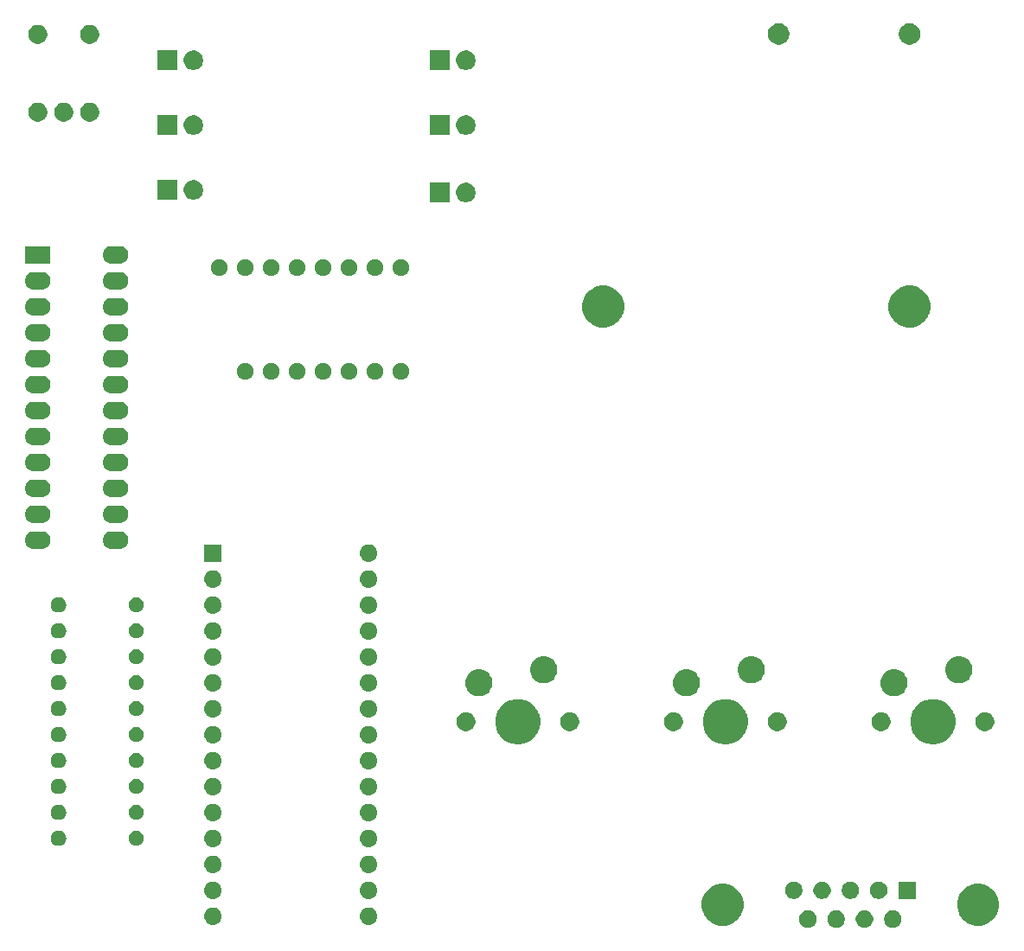
<source format=gbr>
G04 #@! TF.GenerationSoftware,KiCad,Pcbnew,(5.1.0)-1*
G04 #@! TF.CreationDate,2019-08-13T11:23:49+02:00*
G04 #@! TF.ProjectId,AirSensorModule,41697253-656e-4736-9f72-4d6f64756c65,rev?*
G04 #@! TF.SameCoordinates,Original*
G04 #@! TF.FileFunction,Soldermask,Bot*
G04 #@! TF.FilePolarity,Negative*
%FSLAX46Y46*%
G04 Gerber Fmt 4.6, Leading zero omitted, Abs format (unit mm)*
G04 Created by KiCad (PCBNEW (5.1.0)-1) date 2019-08-13 11:23:49*
%MOMM*%
%LPD*%
G04 APERTURE LIST*
%ADD10C,0.100000*%
G04 APERTURE END LIST*
D10*
G36*
X177473228Y-149341703D02*
G01*
X177628100Y-149405853D01*
X177767481Y-149498985D01*
X177886015Y-149617519D01*
X177979147Y-149756900D01*
X178043297Y-149911772D01*
X178076000Y-150076184D01*
X178076000Y-150243816D01*
X178043297Y-150408228D01*
X177979147Y-150563100D01*
X177886015Y-150702481D01*
X177767481Y-150821015D01*
X177628100Y-150914147D01*
X177473228Y-150978297D01*
X177308816Y-151011000D01*
X177141184Y-151011000D01*
X176976772Y-150978297D01*
X176821900Y-150914147D01*
X176682519Y-150821015D01*
X176563985Y-150702481D01*
X176470853Y-150563100D01*
X176406703Y-150408228D01*
X176374000Y-150243816D01*
X176374000Y-150076184D01*
X176406703Y-149911772D01*
X176470853Y-149756900D01*
X176563985Y-149617519D01*
X176682519Y-149498985D01*
X176821900Y-149405853D01*
X176976772Y-149341703D01*
X177141184Y-149309000D01*
X177308816Y-149309000D01*
X177473228Y-149341703D01*
X177473228Y-149341703D01*
G37*
G36*
X180243228Y-149341703D02*
G01*
X180398100Y-149405853D01*
X180537481Y-149498985D01*
X180656015Y-149617519D01*
X180749147Y-149756900D01*
X180813297Y-149911772D01*
X180846000Y-150076184D01*
X180846000Y-150243816D01*
X180813297Y-150408228D01*
X180749147Y-150563100D01*
X180656015Y-150702481D01*
X180537481Y-150821015D01*
X180398100Y-150914147D01*
X180243228Y-150978297D01*
X180078816Y-151011000D01*
X179911184Y-151011000D01*
X179746772Y-150978297D01*
X179591900Y-150914147D01*
X179452519Y-150821015D01*
X179333985Y-150702481D01*
X179240853Y-150563100D01*
X179176703Y-150408228D01*
X179144000Y-150243816D01*
X179144000Y-150076184D01*
X179176703Y-149911772D01*
X179240853Y-149756900D01*
X179333985Y-149617519D01*
X179452519Y-149498985D01*
X179591900Y-149405853D01*
X179746772Y-149341703D01*
X179911184Y-149309000D01*
X180078816Y-149309000D01*
X180243228Y-149341703D01*
X180243228Y-149341703D01*
G37*
G36*
X183013228Y-149341703D02*
G01*
X183168100Y-149405853D01*
X183307481Y-149498985D01*
X183426015Y-149617519D01*
X183519147Y-149756900D01*
X183583297Y-149911772D01*
X183616000Y-150076184D01*
X183616000Y-150243816D01*
X183583297Y-150408228D01*
X183519147Y-150563100D01*
X183426015Y-150702481D01*
X183307481Y-150821015D01*
X183168100Y-150914147D01*
X183013228Y-150978297D01*
X182848816Y-151011000D01*
X182681184Y-151011000D01*
X182516772Y-150978297D01*
X182361900Y-150914147D01*
X182222519Y-150821015D01*
X182103985Y-150702481D01*
X182010853Y-150563100D01*
X181946703Y-150408228D01*
X181914000Y-150243816D01*
X181914000Y-150076184D01*
X181946703Y-149911772D01*
X182010853Y-149756900D01*
X182103985Y-149617519D01*
X182222519Y-149498985D01*
X182361900Y-149405853D01*
X182516772Y-149341703D01*
X182681184Y-149309000D01*
X182848816Y-149309000D01*
X183013228Y-149341703D01*
X183013228Y-149341703D01*
G37*
G36*
X174703228Y-149341703D02*
G01*
X174858100Y-149405853D01*
X174997481Y-149498985D01*
X175116015Y-149617519D01*
X175209147Y-149756900D01*
X175273297Y-149911772D01*
X175306000Y-150076184D01*
X175306000Y-150243816D01*
X175273297Y-150408228D01*
X175209147Y-150563100D01*
X175116015Y-150702481D01*
X174997481Y-150821015D01*
X174858100Y-150914147D01*
X174703228Y-150978297D01*
X174538816Y-151011000D01*
X174371184Y-151011000D01*
X174206772Y-150978297D01*
X174051900Y-150914147D01*
X173912519Y-150821015D01*
X173793985Y-150702481D01*
X173700853Y-150563100D01*
X173636703Y-150408228D01*
X173604000Y-150243816D01*
X173604000Y-150076184D01*
X173636703Y-149911772D01*
X173700853Y-149756900D01*
X173793985Y-149617519D01*
X173912519Y-149498985D01*
X174051900Y-149405853D01*
X174206772Y-149341703D01*
X174371184Y-149309000D01*
X174538816Y-149309000D01*
X174703228Y-149341703D01*
X174703228Y-149341703D01*
G37*
G36*
X191708254Y-146767818D02*
G01*
X191894404Y-146844924D01*
X192081513Y-146922427D01*
X192417436Y-147146884D01*
X192703116Y-147432564D01*
X192846560Y-147647242D01*
X192927574Y-147768489D01*
X193082182Y-148141746D01*
X193161000Y-148537993D01*
X193161000Y-148942007D01*
X193082182Y-149338254D01*
X192966506Y-149617520D01*
X192927573Y-149711513D01*
X192703116Y-150047436D01*
X192417436Y-150333116D01*
X192081513Y-150557573D01*
X192081512Y-150557574D01*
X192081511Y-150557574D01*
X191708254Y-150712182D01*
X191312007Y-150791000D01*
X190907993Y-150791000D01*
X190511746Y-150712182D01*
X190138489Y-150557574D01*
X190138488Y-150557574D01*
X190138487Y-150557573D01*
X189802564Y-150333116D01*
X189516884Y-150047436D01*
X189292427Y-149711513D01*
X189253494Y-149617520D01*
X189137818Y-149338254D01*
X189059000Y-148942007D01*
X189059000Y-148537993D01*
X189137818Y-148141746D01*
X189292426Y-147768489D01*
X189373441Y-147647242D01*
X189516884Y-147432564D01*
X189802564Y-147146884D01*
X190138487Y-146922427D01*
X190325596Y-146844924D01*
X190511746Y-146767818D01*
X190907993Y-146689000D01*
X191312007Y-146689000D01*
X191708254Y-146767818D01*
X191708254Y-146767818D01*
G37*
G36*
X166708254Y-146767818D02*
G01*
X166894404Y-146844924D01*
X167081513Y-146922427D01*
X167417436Y-147146884D01*
X167703116Y-147432564D01*
X167846560Y-147647242D01*
X167927574Y-147768489D01*
X168082182Y-148141746D01*
X168161000Y-148537993D01*
X168161000Y-148942007D01*
X168082182Y-149338254D01*
X167966506Y-149617520D01*
X167927573Y-149711513D01*
X167703116Y-150047436D01*
X167417436Y-150333116D01*
X167081513Y-150557573D01*
X167081512Y-150557574D01*
X167081511Y-150557574D01*
X166708254Y-150712182D01*
X166312007Y-150791000D01*
X165907993Y-150791000D01*
X165511746Y-150712182D01*
X165138489Y-150557574D01*
X165138488Y-150557574D01*
X165138487Y-150557573D01*
X164802564Y-150333116D01*
X164516884Y-150047436D01*
X164292427Y-149711513D01*
X164253494Y-149617520D01*
X164137818Y-149338254D01*
X164059000Y-148942007D01*
X164059000Y-148537993D01*
X164137818Y-148141746D01*
X164292426Y-147768489D01*
X164373441Y-147647242D01*
X164516884Y-147432564D01*
X164802564Y-147146884D01*
X165138487Y-146922427D01*
X165325596Y-146844924D01*
X165511746Y-146767818D01*
X165907993Y-146689000D01*
X166312007Y-146689000D01*
X166708254Y-146767818D01*
X166708254Y-146767818D01*
G37*
G36*
X116371823Y-149021313D02*
G01*
X116532242Y-149069976D01*
X116664906Y-149140886D01*
X116680078Y-149148996D01*
X116809659Y-149255341D01*
X116916004Y-149384922D01*
X116916005Y-149384924D01*
X116995024Y-149532758D01*
X117043687Y-149693177D01*
X117060117Y-149860000D01*
X117043687Y-150026823D01*
X116995024Y-150187242D01*
X116924114Y-150319906D01*
X116916004Y-150335078D01*
X116809659Y-150464659D01*
X116680078Y-150571004D01*
X116680076Y-150571005D01*
X116532242Y-150650024D01*
X116371823Y-150698687D01*
X116246804Y-150711000D01*
X116163196Y-150711000D01*
X116038177Y-150698687D01*
X115877758Y-150650024D01*
X115729924Y-150571005D01*
X115729922Y-150571004D01*
X115600341Y-150464659D01*
X115493996Y-150335078D01*
X115485886Y-150319906D01*
X115414976Y-150187242D01*
X115366313Y-150026823D01*
X115349883Y-149860000D01*
X115366313Y-149693177D01*
X115414976Y-149532758D01*
X115493995Y-149384924D01*
X115493996Y-149384922D01*
X115600341Y-149255341D01*
X115729922Y-149148996D01*
X115745094Y-149140886D01*
X115877758Y-149069976D01*
X116038177Y-149021313D01*
X116163196Y-149009000D01*
X116246804Y-149009000D01*
X116371823Y-149021313D01*
X116371823Y-149021313D01*
G37*
G36*
X131611823Y-149021313D02*
G01*
X131772242Y-149069976D01*
X131904906Y-149140886D01*
X131920078Y-149148996D01*
X132049659Y-149255341D01*
X132156004Y-149384922D01*
X132156005Y-149384924D01*
X132235024Y-149532758D01*
X132283687Y-149693177D01*
X132300117Y-149860000D01*
X132283687Y-150026823D01*
X132235024Y-150187242D01*
X132164114Y-150319906D01*
X132156004Y-150335078D01*
X132049659Y-150464659D01*
X131920078Y-150571004D01*
X131920076Y-150571005D01*
X131772242Y-150650024D01*
X131611823Y-150698687D01*
X131486804Y-150711000D01*
X131403196Y-150711000D01*
X131278177Y-150698687D01*
X131117758Y-150650024D01*
X130969924Y-150571005D01*
X130969922Y-150571004D01*
X130840341Y-150464659D01*
X130733996Y-150335078D01*
X130725886Y-150319906D01*
X130654976Y-150187242D01*
X130606313Y-150026823D01*
X130589883Y-149860000D01*
X130606313Y-149693177D01*
X130654976Y-149532758D01*
X130733995Y-149384924D01*
X130733996Y-149384922D01*
X130840341Y-149255341D01*
X130969922Y-149148996D01*
X130985094Y-149140886D01*
X131117758Y-149069976D01*
X131278177Y-149021313D01*
X131403196Y-149009000D01*
X131486804Y-149009000D01*
X131611823Y-149021313D01*
X131611823Y-149021313D01*
G37*
G36*
X116371823Y-146481313D02*
G01*
X116532242Y-146529976D01*
X116599361Y-146565852D01*
X116680078Y-146608996D01*
X116809659Y-146715341D01*
X116916004Y-146844922D01*
X116916005Y-146844924D01*
X116995024Y-146992758D01*
X117043687Y-147153177D01*
X117060117Y-147320000D01*
X117043687Y-147486823D01*
X116995024Y-147647242D01*
X116954477Y-147723100D01*
X116916004Y-147795078D01*
X116809659Y-147924659D01*
X116680078Y-148031004D01*
X116680076Y-148031005D01*
X116532242Y-148110024D01*
X116371823Y-148158687D01*
X116246804Y-148171000D01*
X116163196Y-148171000D01*
X116038177Y-148158687D01*
X115877758Y-148110024D01*
X115729924Y-148031005D01*
X115729922Y-148031004D01*
X115600341Y-147924659D01*
X115493996Y-147795078D01*
X115455523Y-147723100D01*
X115414976Y-147647242D01*
X115366313Y-147486823D01*
X115349883Y-147320000D01*
X115366313Y-147153177D01*
X115414976Y-146992758D01*
X115493995Y-146844924D01*
X115493996Y-146844922D01*
X115600341Y-146715341D01*
X115729922Y-146608996D01*
X115810639Y-146565852D01*
X115877758Y-146529976D01*
X116038177Y-146481313D01*
X116163196Y-146469000D01*
X116246804Y-146469000D01*
X116371823Y-146481313D01*
X116371823Y-146481313D01*
G37*
G36*
X178858228Y-146501703D02*
G01*
X179013100Y-146565853D01*
X179152481Y-146658985D01*
X179271015Y-146777519D01*
X179364147Y-146916900D01*
X179428297Y-147071772D01*
X179461000Y-147236184D01*
X179461000Y-147403816D01*
X179428297Y-147568228D01*
X179364147Y-147723100D01*
X179271015Y-147862481D01*
X179152481Y-147981015D01*
X179013100Y-148074147D01*
X178858228Y-148138297D01*
X178693816Y-148171000D01*
X178526184Y-148171000D01*
X178361772Y-148138297D01*
X178206900Y-148074147D01*
X178067519Y-147981015D01*
X177948985Y-147862481D01*
X177855853Y-147723100D01*
X177791703Y-147568228D01*
X177759000Y-147403816D01*
X177759000Y-147236184D01*
X177791703Y-147071772D01*
X177855853Y-146916900D01*
X177948985Y-146777519D01*
X178067519Y-146658985D01*
X178206900Y-146565853D01*
X178361772Y-146501703D01*
X178526184Y-146469000D01*
X178693816Y-146469000D01*
X178858228Y-146501703D01*
X178858228Y-146501703D01*
G37*
G36*
X176088228Y-146501703D02*
G01*
X176243100Y-146565853D01*
X176382481Y-146658985D01*
X176501015Y-146777519D01*
X176594147Y-146916900D01*
X176658297Y-147071772D01*
X176691000Y-147236184D01*
X176691000Y-147403816D01*
X176658297Y-147568228D01*
X176594147Y-147723100D01*
X176501015Y-147862481D01*
X176382481Y-147981015D01*
X176243100Y-148074147D01*
X176088228Y-148138297D01*
X175923816Y-148171000D01*
X175756184Y-148171000D01*
X175591772Y-148138297D01*
X175436900Y-148074147D01*
X175297519Y-147981015D01*
X175178985Y-147862481D01*
X175085853Y-147723100D01*
X175021703Y-147568228D01*
X174989000Y-147403816D01*
X174989000Y-147236184D01*
X175021703Y-147071772D01*
X175085853Y-146916900D01*
X175178985Y-146777519D01*
X175297519Y-146658985D01*
X175436900Y-146565853D01*
X175591772Y-146501703D01*
X175756184Y-146469000D01*
X175923816Y-146469000D01*
X176088228Y-146501703D01*
X176088228Y-146501703D01*
G37*
G36*
X173318228Y-146501703D02*
G01*
X173473100Y-146565853D01*
X173612481Y-146658985D01*
X173731015Y-146777519D01*
X173824147Y-146916900D01*
X173888297Y-147071772D01*
X173921000Y-147236184D01*
X173921000Y-147403816D01*
X173888297Y-147568228D01*
X173824147Y-147723100D01*
X173731015Y-147862481D01*
X173612481Y-147981015D01*
X173473100Y-148074147D01*
X173318228Y-148138297D01*
X173153816Y-148171000D01*
X172986184Y-148171000D01*
X172821772Y-148138297D01*
X172666900Y-148074147D01*
X172527519Y-147981015D01*
X172408985Y-147862481D01*
X172315853Y-147723100D01*
X172251703Y-147568228D01*
X172219000Y-147403816D01*
X172219000Y-147236184D01*
X172251703Y-147071772D01*
X172315853Y-146916900D01*
X172408985Y-146777519D01*
X172527519Y-146658985D01*
X172666900Y-146565853D01*
X172821772Y-146501703D01*
X172986184Y-146469000D01*
X173153816Y-146469000D01*
X173318228Y-146501703D01*
X173318228Y-146501703D01*
G37*
G36*
X131611823Y-146481313D02*
G01*
X131772242Y-146529976D01*
X131839361Y-146565852D01*
X131920078Y-146608996D01*
X132049659Y-146715341D01*
X132156004Y-146844922D01*
X132156005Y-146844924D01*
X132235024Y-146992758D01*
X132283687Y-147153177D01*
X132300117Y-147320000D01*
X132283687Y-147486823D01*
X132235024Y-147647242D01*
X132194477Y-147723100D01*
X132156004Y-147795078D01*
X132049659Y-147924659D01*
X131920078Y-148031004D01*
X131920076Y-148031005D01*
X131772242Y-148110024D01*
X131611823Y-148158687D01*
X131486804Y-148171000D01*
X131403196Y-148171000D01*
X131278177Y-148158687D01*
X131117758Y-148110024D01*
X130969924Y-148031005D01*
X130969922Y-148031004D01*
X130840341Y-147924659D01*
X130733996Y-147795078D01*
X130695523Y-147723100D01*
X130654976Y-147647242D01*
X130606313Y-147486823D01*
X130589883Y-147320000D01*
X130606313Y-147153177D01*
X130654976Y-146992758D01*
X130733995Y-146844924D01*
X130733996Y-146844922D01*
X130840341Y-146715341D01*
X130969922Y-146608996D01*
X131050639Y-146565852D01*
X131117758Y-146529976D01*
X131278177Y-146481313D01*
X131403196Y-146469000D01*
X131486804Y-146469000D01*
X131611823Y-146481313D01*
X131611823Y-146481313D01*
G37*
G36*
X181628228Y-146501703D02*
G01*
X181783100Y-146565853D01*
X181922481Y-146658985D01*
X182041015Y-146777519D01*
X182134147Y-146916900D01*
X182198297Y-147071772D01*
X182231000Y-147236184D01*
X182231000Y-147403816D01*
X182198297Y-147568228D01*
X182134147Y-147723100D01*
X182041015Y-147862481D01*
X181922481Y-147981015D01*
X181783100Y-148074147D01*
X181628228Y-148138297D01*
X181463816Y-148171000D01*
X181296184Y-148171000D01*
X181131772Y-148138297D01*
X180976900Y-148074147D01*
X180837519Y-147981015D01*
X180718985Y-147862481D01*
X180625853Y-147723100D01*
X180561703Y-147568228D01*
X180529000Y-147403816D01*
X180529000Y-147236184D01*
X180561703Y-147071772D01*
X180625853Y-146916900D01*
X180718985Y-146777519D01*
X180837519Y-146658985D01*
X180976900Y-146565853D01*
X181131772Y-146501703D01*
X181296184Y-146469000D01*
X181463816Y-146469000D01*
X181628228Y-146501703D01*
X181628228Y-146501703D01*
G37*
G36*
X185001000Y-148171000D02*
G01*
X183299000Y-148171000D01*
X183299000Y-146469000D01*
X185001000Y-146469000D01*
X185001000Y-148171000D01*
X185001000Y-148171000D01*
G37*
G36*
X131611823Y-143941313D02*
G01*
X131772242Y-143989976D01*
X131904906Y-144060886D01*
X131920078Y-144068996D01*
X132049659Y-144175341D01*
X132156004Y-144304922D01*
X132156005Y-144304924D01*
X132235024Y-144452758D01*
X132283687Y-144613177D01*
X132300117Y-144780000D01*
X132283687Y-144946823D01*
X132235024Y-145107242D01*
X132164114Y-145239906D01*
X132156004Y-145255078D01*
X132049659Y-145384659D01*
X131920078Y-145491004D01*
X131920076Y-145491005D01*
X131772242Y-145570024D01*
X131611823Y-145618687D01*
X131486804Y-145631000D01*
X131403196Y-145631000D01*
X131278177Y-145618687D01*
X131117758Y-145570024D01*
X130969924Y-145491005D01*
X130969922Y-145491004D01*
X130840341Y-145384659D01*
X130733996Y-145255078D01*
X130725886Y-145239906D01*
X130654976Y-145107242D01*
X130606313Y-144946823D01*
X130589883Y-144780000D01*
X130606313Y-144613177D01*
X130654976Y-144452758D01*
X130733995Y-144304924D01*
X130733996Y-144304922D01*
X130840341Y-144175341D01*
X130969922Y-144068996D01*
X130985094Y-144060886D01*
X131117758Y-143989976D01*
X131278177Y-143941313D01*
X131403196Y-143929000D01*
X131486804Y-143929000D01*
X131611823Y-143941313D01*
X131611823Y-143941313D01*
G37*
G36*
X116371823Y-143941313D02*
G01*
X116532242Y-143989976D01*
X116664906Y-144060886D01*
X116680078Y-144068996D01*
X116809659Y-144175341D01*
X116916004Y-144304922D01*
X116916005Y-144304924D01*
X116995024Y-144452758D01*
X117043687Y-144613177D01*
X117060117Y-144780000D01*
X117043687Y-144946823D01*
X116995024Y-145107242D01*
X116924114Y-145239906D01*
X116916004Y-145255078D01*
X116809659Y-145384659D01*
X116680078Y-145491004D01*
X116680076Y-145491005D01*
X116532242Y-145570024D01*
X116371823Y-145618687D01*
X116246804Y-145631000D01*
X116163196Y-145631000D01*
X116038177Y-145618687D01*
X115877758Y-145570024D01*
X115729924Y-145491005D01*
X115729922Y-145491004D01*
X115600341Y-145384659D01*
X115493996Y-145255078D01*
X115485886Y-145239906D01*
X115414976Y-145107242D01*
X115366313Y-144946823D01*
X115349883Y-144780000D01*
X115366313Y-144613177D01*
X115414976Y-144452758D01*
X115493995Y-144304924D01*
X115493996Y-144304922D01*
X115600341Y-144175341D01*
X115729922Y-144068996D01*
X115745094Y-144060886D01*
X115877758Y-143989976D01*
X116038177Y-143941313D01*
X116163196Y-143929000D01*
X116246804Y-143929000D01*
X116371823Y-143941313D01*
X116371823Y-143941313D01*
G37*
G36*
X131611823Y-141401313D02*
G01*
X131772242Y-141449976D01*
X131865581Y-141499867D01*
X131920078Y-141528996D01*
X132049659Y-141635341D01*
X132156004Y-141764922D01*
X132156005Y-141764924D01*
X132235024Y-141912758D01*
X132283687Y-142073177D01*
X132300117Y-142240000D01*
X132283687Y-142406823D01*
X132235024Y-142567242D01*
X132164114Y-142699906D01*
X132156004Y-142715078D01*
X132049659Y-142844659D01*
X131920078Y-142951004D01*
X131920076Y-142951005D01*
X131772242Y-143030024D01*
X131611823Y-143078687D01*
X131486804Y-143091000D01*
X131403196Y-143091000D01*
X131278177Y-143078687D01*
X131117758Y-143030024D01*
X130969924Y-142951005D01*
X130969922Y-142951004D01*
X130840341Y-142844659D01*
X130733996Y-142715078D01*
X130725886Y-142699906D01*
X130654976Y-142567242D01*
X130606313Y-142406823D01*
X130589883Y-142240000D01*
X130606313Y-142073177D01*
X130654976Y-141912758D01*
X130733995Y-141764924D01*
X130733996Y-141764922D01*
X130840341Y-141635341D01*
X130969922Y-141528996D01*
X131024419Y-141499867D01*
X131117758Y-141449976D01*
X131278177Y-141401313D01*
X131403196Y-141389000D01*
X131486804Y-141389000D01*
X131611823Y-141401313D01*
X131611823Y-141401313D01*
G37*
G36*
X116371823Y-141401313D02*
G01*
X116532242Y-141449976D01*
X116625581Y-141499867D01*
X116680078Y-141528996D01*
X116809659Y-141635341D01*
X116916004Y-141764922D01*
X116916005Y-141764924D01*
X116995024Y-141912758D01*
X117043687Y-142073177D01*
X117060117Y-142240000D01*
X117043687Y-142406823D01*
X116995024Y-142567242D01*
X116924114Y-142699906D01*
X116916004Y-142715078D01*
X116809659Y-142844659D01*
X116680078Y-142951004D01*
X116680076Y-142951005D01*
X116532242Y-143030024D01*
X116371823Y-143078687D01*
X116246804Y-143091000D01*
X116163196Y-143091000D01*
X116038177Y-143078687D01*
X115877758Y-143030024D01*
X115729924Y-142951005D01*
X115729922Y-142951004D01*
X115600341Y-142844659D01*
X115493996Y-142715078D01*
X115485886Y-142699906D01*
X115414976Y-142567242D01*
X115366313Y-142406823D01*
X115349883Y-142240000D01*
X115366313Y-142073177D01*
X115414976Y-141912758D01*
X115493995Y-141764924D01*
X115493996Y-141764922D01*
X115600341Y-141635341D01*
X115729922Y-141528996D01*
X115784419Y-141499867D01*
X115877758Y-141449976D01*
X116038177Y-141401313D01*
X116163196Y-141389000D01*
X116246804Y-141389000D01*
X116371823Y-141401313D01*
X116371823Y-141401313D01*
G37*
G36*
X101165665Y-141492622D02*
G01*
X101239222Y-141499867D01*
X101380786Y-141542810D01*
X101511252Y-141612546D01*
X101539028Y-141635341D01*
X101625607Y-141706393D01*
X101695008Y-141790960D01*
X101719454Y-141820748D01*
X101789190Y-141951214D01*
X101832133Y-142092778D01*
X101846633Y-142240000D01*
X101832133Y-142387222D01*
X101789190Y-142528786D01*
X101719454Y-142659252D01*
X101695008Y-142689040D01*
X101625607Y-142773607D01*
X101565004Y-142823341D01*
X101511252Y-142867454D01*
X101380786Y-142937190D01*
X101239222Y-142980133D01*
X101165665Y-142987378D01*
X101128888Y-142991000D01*
X101055112Y-142991000D01*
X101018335Y-142987378D01*
X100944778Y-142980133D01*
X100803214Y-142937190D01*
X100672748Y-142867454D01*
X100618996Y-142823341D01*
X100558393Y-142773607D01*
X100488992Y-142689040D01*
X100464546Y-142659252D01*
X100394810Y-142528786D01*
X100351867Y-142387222D01*
X100337367Y-142240000D01*
X100351867Y-142092778D01*
X100394810Y-141951214D01*
X100464546Y-141820748D01*
X100488992Y-141790960D01*
X100558393Y-141706393D01*
X100644972Y-141635341D01*
X100672748Y-141612546D01*
X100803214Y-141542810D01*
X100944778Y-141499867D01*
X101018335Y-141492622D01*
X101055112Y-141489000D01*
X101128888Y-141489000D01*
X101165665Y-141492622D01*
X101165665Y-141492622D01*
G37*
G36*
X108931059Y-141517860D02*
G01*
X108991294Y-141542810D01*
X109067732Y-141574472D01*
X109190735Y-141656660D01*
X109295340Y-141761265D01*
X109377528Y-141884268D01*
X109434140Y-142020941D01*
X109463000Y-142166033D01*
X109463000Y-142313967D01*
X109434140Y-142459059D01*
X109377528Y-142595732D01*
X109295340Y-142718735D01*
X109190735Y-142823340D01*
X109067732Y-142905528D01*
X109067731Y-142905529D01*
X109067730Y-142905529D01*
X108931059Y-142962140D01*
X108785968Y-142991000D01*
X108638032Y-142991000D01*
X108492941Y-142962140D01*
X108356270Y-142905529D01*
X108356269Y-142905529D01*
X108356268Y-142905528D01*
X108233265Y-142823340D01*
X108128660Y-142718735D01*
X108046472Y-142595732D01*
X107989860Y-142459059D01*
X107961000Y-142313967D01*
X107961000Y-142166033D01*
X107989860Y-142020941D01*
X108046472Y-141884268D01*
X108128660Y-141761265D01*
X108233265Y-141656660D01*
X108356268Y-141574472D01*
X108432707Y-141542810D01*
X108492941Y-141517860D01*
X108638032Y-141489000D01*
X108785968Y-141489000D01*
X108931059Y-141517860D01*
X108931059Y-141517860D01*
G37*
G36*
X131611823Y-138861313D02*
G01*
X131772242Y-138909976D01*
X131865581Y-138959867D01*
X131920078Y-138988996D01*
X132049659Y-139095341D01*
X132156004Y-139224922D01*
X132156005Y-139224924D01*
X132235024Y-139372758D01*
X132283687Y-139533177D01*
X132300117Y-139700000D01*
X132283687Y-139866823D01*
X132235024Y-140027242D01*
X132164114Y-140159906D01*
X132156004Y-140175078D01*
X132049659Y-140304659D01*
X131920078Y-140411004D01*
X131920076Y-140411005D01*
X131772242Y-140490024D01*
X131611823Y-140538687D01*
X131486804Y-140551000D01*
X131403196Y-140551000D01*
X131278177Y-140538687D01*
X131117758Y-140490024D01*
X130969924Y-140411005D01*
X130969922Y-140411004D01*
X130840341Y-140304659D01*
X130733996Y-140175078D01*
X130725886Y-140159906D01*
X130654976Y-140027242D01*
X130606313Y-139866823D01*
X130589883Y-139700000D01*
X130606313Y-139533177D01*
X130654976Y-139372758D01*
X130733995Y-139224924D01*
X130733996Y-139224922D01*
X130840341Y-139095341D01*
X130969922Y-138988996D01*
X131024419Y-138959867D01*
X131117758Y-138909976D01*
X131278177Y-138861313D01*
X131403196Y-138849000D01*
X131486804Y-138849000D01*
X131611823Y-138861313D01*
X131611823Y-138861313D01*
G37*
G36*
X116371823Y-138861313D02*
G01*
X116532242Y-138909976D01*
X116625581Y-138959867D01*
X116680078Y-138988996D01*
X116809659Y-139095341D01*
X116916004Y-139224922D01*
X116916005Y-139224924D01*
X116995024Y-139372758D01*
X117043687Y-139533177D01*
X117060117Y-139700000D01*
X117043687Y-139866823D01*
X116995024Y-140027242D01*
X116924114Y-140159906D01*
X116916004Y-140175078D01*
X116809659Y-140304659D01*
X116680078Y-140411004D01*
X116680076Y-140411005D01*
X116532242Y-140490024D01*
X116371823Y-140538687D01*
X116246804Y-140551000D01*
X116163196Y-140551000D01*
X116038177Y-140538687D01*
X115877758Y-140490024D01*
X115729924Y-140411005D01*
X115729922Y-140411004D01*
X115600341Y-140304659D01*
X115493996Y-140175078D01*
X115485886Y-140159906D01*
X115414976Y-140027242D01*
X115366313Y-139866823D01*
X115349883Y-139700000D01*
X115366313Y-139533177D01*
X115414976Y-139372758D01*
X115493995Y-139224924D01*
X115493996Y-139224922D01*
X115600341Y-139095341D01*
X115729922Y-138988996D01*
X115784419Y-138959867D01*
X115877758Y-138909976D01*
X116038177Y-138861313D01*
X116163196Y-138849000D01*
X116246804Y-138849000D01*
X116371823Y-138861313D01*
X116371823Y-138861313D01*
G37*
G36*
X101165665Y-138952622D02*
G01*
X101239222Y-138959867D01*
X101380786Y-139002810D01*
X101511252Y-139072546D01*
X101539028Y-139095341D01*
X101625607Y-139166393D01*
X101695008Y-139250960D01*
X101719454Y-139280748D01*
X101789190Y-139411214D01*
X101832133Y-139552778D01*
X101846633Y-139700000D01*
X101832133Y-139847222D01*
X101789190Y-139988786D01*
X101719454Y-140119252D01*
X101695008Y-140149040D01*
X101625607Y-140233607D01*
X101565004Y-140283341D01*
X101511252Y-140327454D01*
X101380786Y-140397190D01*
X101239222Y-140440133D01*
X101165665Y-140447378D01*
X101128888Y-140451000D01*
X101055112Y-140451000D01*
X101018335Y-140447378D01*
X100944778Y-140440133D01*
X100803214Y-140397190D01*
X100672748Y-140327454D01*
X100618996Y-140283341D01*
X100558393Y-140233607D01*
X100488992Y-140149040D01*
X100464546Y-140119252D01*
X100394810Y-139988786D01*
X100351867Y-139847222D01*
X100337367Y-139700000D01*
X100351867Y-139552778D01*
X100394810Y-139411214D01*
X100464546Y-139280748D01*
X100488992Y-139250960D01*
X100558393Y-139166393D01*
X100644972Y-139095341D01*
X100672748Y-139072546D01*
X100803214Y-139002810D01*
X100944778Y-138959867D01*
X101018335Y-138952622D01*
X101055112Y-138949000D01*
X101128888Y-138949000D01*
X101165665Y-138952622D01*
X101165665Y-138952622D01*
G37*
G36*
X108931059Y-138977860D02*
G01*
X108991294Y-139002810D01*
X109067732Y-139034472D01*
X109190735Y-139116660D01*
X109295340Y-139221265D01*
X109377528Y-139344268D01*
X109434140Y-139480941D01*
X109463000Y-139626033D01*
X109463000Y-139773967D01*
X109434140Y-139919059D01*
X109377528Y-140055732D01*
X109295340Y-140178735D01*
X109190735Y-140283340D01*
X109067732Y-140365528D01*
X109067731Y-140365529D01*
X109067730Y-140365529D01*
X108931059Y-140422140D01*
X108785968Y-140451000D01*
X108638032Y-140451000D01*
X108492941Y-140422140D01*
X108356270Y-140365529D01*
X108356269Y-140365529D01*
X108356268Y-140365528D01*
X108233265Y-140283340D01*
X108128660Y-140178735D01*
X108046472Y-140055732D01*
X107989860Y-139919059D01*
X107961000Y-139773967D01*
X107961000Y-139626033D01*
X107989860Y-139480941D01*
X108046472Y-139344268D01*
X108128660Y-139221265D01*
X108233265Y-139116660D01*
X108356268Y-139034472D01*
X108432707Y-139002810D01*
X108492941Y-138977860D01*
X108638032Y-138949000D01*
X108785968Y-138949000D01*
X108931059Y-138977860D01*
X108931059Y-138977860D01*
G37*
G36*
X131611823Y-136321313D02*
G01*
X131772242Y-136369976D01*
X131865581Y-136419867D01*
X131920078Y-136448996D01*
X132049659Y-136555341D01*
X132156004Y-136684922D01*
X132156005Y-136684924D01*
X132235024Y-136832758D01*
X132283687Y-136993177D01*
X132300117Y-137160000D01*
X132283687Y-137326823D01*
X132235024Y-137487242D01*
X132164114Y-137619906D01*
X132156004Y-137635078D01*
X132049659Y-137764659D01*
X131920078Y-137871004D01*
X131920076Y-137871005D01*
X131772242Y-137950024D01*
X131611823Y-137998687D01*
X131486804Y-138011000D01*
X131403196Y-138011000D01*
X131278177Y-137998687D01*
X131117758Y-137950024D01*
X130969924Y-137871005D01*
X130969922Y-137871004D01*
X130840341Y-137764659D01*
X130733996Y-137635078D01*
X130725886Y-137619906D01*
X130654976Y-137487242D01*
X130606313Y-137326823D01*
X130589883Y-137160000D01*
X130606313Y-136993177D01*
X130654976Y-136832758D01*
X130733995Y-136684924D01*
X130733996Y-136684922D01*
X130840341Y-136555341D01*
X130969922Y-136448996D01*
X131024419Y-136419867D01*
X131117758Y-136369976D01*
X131278177Y-136321313D01*
X131403196Y-136309000D01*
X131486804Y-136309000D01*
X131611823Y-136321313D01*
X131611823Y-136321313D01*
G37*
G36*
X116371823Y-136321313D02*
G01*
X116532242Y-136369976D01*
X116625581Y-136419867D01*
X116680078Y-136448996D01*
X116809659Y-136555341D01*
X116916004Y-136684922D01*
X116916005Y-136684924D01*
X116995024Y-136832758D01*
X117043687Y-136993177D01*
X117060117Y-137160000D01*
X117043687Y-137326823D01*
X116995024Y-137487242D01*
X116924114Y-137619906D01*
X116916004Y-137635078D01*
X116809659Y-137764659D01*
X116680078Y-137871004D01*
X116680076Y-137871005D01*
X116532242Y-137950024D01*
X116371823Y-137998687D01*
X116246804Y-138011000D01*
X116163196Y-138011000D01*
X116038177Y-137998687D01*
X115877758Y-137950024D01*
X115729924Y-137871005D01*
X115729922Y-137871004D01*
X115600341Y-137764659D01*
X115493996Y-137635078D01*
X115485886Y-137619906D01*
X115414976Y-137487242D01*
X115366313Y-137326823D01*
X115349883Y-137160000D01*
X115366313Y-136993177D01*
X115414976Y-136832758D01*
X115493995Y-136684924D01*
X115493996Y-136684922D01*
X115600341Y-136555341D01*
X115729922Y-136448996D01*
X115784419Y-136419867D01*
X115877758Y-136369976D01*
X116038177Y-136321313D01*
X116163196Y-136309000D01*
X116246804Y-136309000D01*
X116371823Y-136321313D01*
X116371823Y-136321313D01*
G37*
G36*
X108931059Y-136437860D02*
G01*
X108991294Y-136462810D01*
X109067732Y-136494472D01*
X109190735Y-136576660D01*
X109295340Y-136681265D01*
X109377528Y-136804268D01*
X109434140Y-136940941D01*
X109463000Y-137086033D01*
X109463000Y-137233967D01*
X109434140Y-137379059D01*
X109377528Y-137515732D01*
X109295340Y-137638735D01*
X109190735Y-137743340D01*
X109067732Y-137825528D01*
X109067731Y-137825529D01*
X109067730Y-137825529D01*
X108931059Y-137882140D01*
X108785968Y-137911000D01*
X108638032Y-137911000D01*
X108492941Y-137882140D01*
X108356270Y-137825529D01*
X108356269Y-137825529D01*
X108356268Y-137825528D01*
X108233265Y-137743340D01*
X108128660Y-137638735D01*
X108046472Y-137515732D01*
X107989860Y-137379059D01*
X107961000Y-137233967D01*
X107961000Y-137086033D01*
X107989860Y-136940941D01*
X108046472Y-136804268D01*
X108128660Y-136681265D01*
X108233265Y-136576660D01*
X108356268Y-136494472D01*
X108432707Y-136462810D01*
X108492941Y-136437860D01*
X108638032Y-136409000D01*
X108785968Y-136409000D01*
X108931059Y-136437860D01*
X108931059Y-136437860D01*
G37*
G36*
X101165665Y-136412622D02*
G01*
X101239222Y-136419867D01*
X101380786Y-136462810D01*
X101511252Y-136532546D01*
X101539028Y-136555341D01*
X101625607Y-136626393D01*
X101695008Y-136710960D01*
X101719454Y-136740748D01*
X101789190Y-136871214D01*
X101832133Y-137012778D01*
X101846633Y-137160000D01*
X101832133Y-137307222D01*
X101789190Y-137448786D01*
X101719454Y-137579252D01*
X101695008Y-137609040D01*
X101625607Y-137693607D01*
X101565004Y-137743341D01*
X101511252Y-137787454D01*
X101380786Y-137857190D01*
X101239222Y-137900133D01*
X101165665Y-137907378D01*
X101128888Y-137911000D01*
X101055112Y-137911000D01*
X101018335Y-137907378D01*
X100944778Y-137900133D01*
X100803214Y-137857190D01*
X100672748Y-137787454D01*
X100618996Y-137743341D01*
X100558393Y-137693607D01*
X100488992Y-137609040D01*
X100464546Y-137579252D01*
X100394810Y-137448786D01*
X100351867Y-137307222D01*
X100337367Y-137160000D01*
X100351867Y-137012778D01*
X100394810Y-136871214D01*
X100464546Y-136740748D01*
X100488992Y-136710960D01*
X100558393Y-136626393D01*
X100644972Y-136555341D01*
X100672748Y-136532546D01*
X100803214Y-136462810D01*
X100944778Y-136419867D01*
X101018335Y-136412622D01*
X101055112Y-136409000D01*
X101128888Y-136409000D01*
X101165665Y-136412622D01*
X101165665Y-136412622D01*
G37*
G36*
X116371823Y-133781313D02*
G01*
X116532242Y-133829976D01*
X116625581Y-133879867D01*
X116680078Y-133908996D01*
X116809659Y-134015341D01*
X116916004Y-134144922D01*
X116916005Y-134144924D01*
X116995024Y-134292758D01*
X117043687Y-134453177D01*
X117060117Y-134620000D01*
X117043687Y-134786823D01*
X116995024Y-134947242D01*
X116924114Y-135079906D01*
X116916004Y-135095078D01*
X116809659Y-135224659D01*
X116680078Y-135331004D01*
X116680076Y-135331005D01*
X116532242Y-135410024D01*
X116371823Y-135458687D01*
X116246804Y-135471000D01*
X116163196Y-135471000D01*
X116038177Y-135458687D01*
X115877758Y-135410024D01*
X115729924Y-135331005D01*
X115729922Y-135331004D01*
X115600341Y-135224659D01*
X115493996Y-135095078D01*
X115485886Y-135079906D01*
X115414976Y-134947242D01*
X115366313Y-134786823D01*
X115349883Y-134620000D01*
X115366313Y-134453177D01*
X115414976Y-134292758D01*
X115493995Y-134144924D01*
X115493996Y-134144922D01*
X115600341Y-134015341D01*
X115729922Y-133908996D01*
X115784419Y-133879867D01*
X115877758Y-133829976D01*
X116038177Y-133781313D01*
X116163196Y-133769000D01*
X116246804Y-133769000D01*
X116371823Y-133781313D01*
X116371823Y-133781313D01*
G37*
G36*
X131611823Y-133781313D02*
G01*
X131772242Y-133829976D01*
X131865581Y-133879867D01*
X131920078Y-133908996D01*
X132049659Y-134015341D01*
X132156004Y-134144922D01*
X132156005Y-134144924D01*
X132235024Y-134292758D01*
X132283687Y-134453177D01*
X132300117Y-134620000D01*
X132283687Y-134786823D01*
X132235024Y-134947242D01*
X132164114Y-135079906D01*
X132156004Y-135095078D01*
X132049659Y-135224659D01*
X131920078Y-135331004D01*
X131920076Y-135331005D01*
X131772242Y-135410024D01*
X131611823Y-135458687D01*
X131486804Y-135471000D01*
X131403196Y-135471000D01*
X131278177Y-135458687D01*
X131117758Y-135410024D01*
X130969924Y-135331005D01*
X130969922Y-135331004D01*
X130840341Y-135224659D01*
X130733996Y-135095078D01*
X130725886Y-135079906D01*
X130654976Y-134947242D01*
X130606313Y-134786823D01*
X130589883Y-134620000D01*
X130606313Y-134453177D01*
X130654976Y-134292758D01*
X130733995Y-134144924D01*
X130733996Y-134144922D01*
X130840341Y-134015341D01*
X130969922Y-133908996D01*
X131024419Y-133879867D01*
X131117758Y-133829976D01*
X131278177Y-133781313D01*
X131403196Y-133769000D01*
X131486804Y-133769000D01*
X131611823Y-133781313D01*
X131611823Y-133781313D01*
G37*
G36*
X108931059Y-133897860D02*
G01*
X108991294Y-133922810D01*
X109067732Y-133954472D01*
X109190735Y-134036660D01*
X109295340Y-134141265D01*
X109377528Y-134264268D01*
X109434140Y-134400941D01*
X109463000Y-134546033D01*
X109463000Y-134693967D01*
X109434140Y-134839059D01*
X109377528Y-134975732D01*
X109295340Y-135098735D01*
X109190735Y-135203340D01*
X109067732Y-135285528D01*
X109067731Y-135285529D01*
X109067730Y-135285529D01*
X108931059Y-135342140D01*
X108785968Y-135371000D01*
X108638032Y-135371000D01*
X108492941Y-135342140D01*
X108356270Y-135285529D01*
X108356269Y-135285529D01*
X108356268Y-135285528D01*
X108233265Y-135203340D01*
X108128660Y-135098735D01*
X108046472Y-134975732D01*
X107989860Y-134839059D01*
X107961000Y-134693967D01*
X107961000Y-134546033D01*
X107989860Y-134400941D01*
X108046472Y-134264268D01*
X108128660Y-134141265D01*
X108233265Y-134036660D01*
X108356268Y-133954472D01*
X108432707Y-133922810D01*
X108492941Y-133897860D01*
X108638032Y-133869000D01*
X108785968Y-133869000D01*
X108931059Y-133897860D01*
X108931059Y-133897860D01*
G37*
G36*
X101165665Y-133872622D02*
G01*
X101239222Y-133879867D01*
X101380786Y-133922810D01*
X101511252Y-133992546D01*
X101539028Y-134015341D01*
X101625607Y-134086393D01*
X101695008Y-134170960D01*
X101719454Y-134200748D01*
X101789190Y-134331214D01*
X101832133Y-134472778D01*
X101846633Y-134620000D01*
X101832133Y-134767222D01*
X101789190Y-134908786D01*
X101719454Y-135039252D01*
X101695008Y-135069040D01*
X101625607Y-135153607D01*
X101565004Y-135203341D01*
X101511252Y-135247454D01*
X101380786Y-135317190D01*
X101239222Y-135360133D01*
X101165665Y-135367378D01*
X101128888Y-135371000D01*
X101055112Y-135371000D01*
X101018335Y-135367378D01*
X100944778Y-135360133D01*
X100803214Y-135317190D01*
X100672748Y-135247454D01*
X100618996Y-135203341D01*
X100558393Y-135153607D01*
X100488992Y-135069040D01*
X100464546Y-135039252D01*
X100394810Y-134908786D01*
X100351867Y-134767222D01*
X100337367Y-134620000D01*
X100351867Y-134472778D01*
X100394810Y-134331214D01*
X100464546Y-134200748D01*
X100488992Y-134170960D01*
X100558393Y-134086393D01*
X100644972Y-134015341D01*
X100672748Y-133992546D01*
X100803214Y-133922810D01*
X100944778Y-133879867D01*
X101018335Y-133872622D01*
X101055112Y-133869000D01*
X101128888Y-133869000D01*
X101165665Y-133872622D01*
X101165665Y-133872622D01*
G37*
G36*
X187121150Y-128642465D02*
G01*
X187334633Y-128684929D01*
X187491667Y-128749975D01*
X187736826Y-128851523D01*
X187828152Y-128912545D01*
X188098793Y-129093381D01*
X188406619Y-129401207D01*
X188449934Y-129466033D01*
X188648477Y-129763174D01*
X188703383Y-129895730D01*
X188815071Y-130165367D01*
X188900000Y-130592334D01*
X188900000Y-131027666D01*
X188815071Y-131454633D01*
X188777062Y-131546394D01*
X188648477Y-131856826D01*
X188648476Y-131856827D01*
X188406619Y-132218793D01*
X188098793Y-132526619D01*
X187894175Y-132663340D01*
X187736826Y-132768477D01*
X187501227Y-132866065D01*
X187334633Y-132935071D01*
X187121150Y-132977535D01*
X186907667Y-133020000D01*
X186472333Y-133020000D01*
X186258850Y-132977535D01*
X186045367Y-132935071D01*
X185878773Y-132866065D01*
X185643174Y-132768477D01*
X185485825Y-132663340D01*
X185281207Y-132526619D01*
X184973381Y-132218793D01*
X184731524Y-131856827D01*
X184731523Y-131856826D01*
X184602938Y-131546394D01*
X184564929Y-131454633D01*
X184480000Y-131027666D01*
X184480000Y-130592334D01*
X184564929Y-130165367D01*
X184676617Y-129895730D01*
X184731523Y-129763174D01*
X184930066Y-129466033D01*
X184973381Y-129401207D01*
X185281207Y-129093381D01*
X185551848Y-128912545D01*
X185643174Y-128851523D01*
X185888333Y-128749975D01*
X186045367Y-128684929D01*
X186258850Y-128642465D01*
X186472333Y-128600000D01*
X186907667Y-128600000D01*
X187121150Y-128642465D01*
X187121150Y-128642465D01*
G37*
G36*
X166801150Y-128642465D02*
G01*
X167014633Y-128684929D01*
X167171667Y-128749975D01*
X167416826Y-128851523D01*
X167508152Y-128912545D01*
X167778793Y-129093381D01*
X168086619Y-129401207D01*
X168129934Y-129466033D01*
X168328477Y-129763174D01*
X168383383Y-129895730D01*
X168495071Y-130165367D01*
X168580000Y-130592334D01*
X168580000Y-131027666D01*
X168495071Y-131454633D01*
X168457062Y-131546394D01*
X168328477Y-131856826D01*
X168328476Y-131856827D01*
X168086619Y-132218793D01*
X167778793Y-132526619D01*
X167574175Y-132663340D01*
X167416826Y-132768477D01*
X167181227Y-132866065D01*
X167014633Y-132935071D01*
X166801150Y-132977535D01*
X166587667Y-133020000D01*
X166152333Y-133020000D01*
X165938850Y-132977535D01*
X165725367Y-132935071D01*
X165558773Y-132866065D01*
X165323174Y-132768477D01*
X165165825Y-132663340D01*
X164961207Y-132526619D01*
X164653381Y-132218793D01*
X164411524Y-131856827D01*
X164411523Y-131856826D01*
X164282938Y-131546394D01*
X164244929Y-131454633D01*
X164160000Y-131027666D01*
X164160000Y-130592334D01*
X164244929Y-130165367D01*
X164356617Y-129895730D01*
X164411523Y-129763174D01*
X164610066Y-129466033D01*
X164653381Y-129401207D01*
X164961207Y-129093381D01*
X165231848Y-128912545D01*
X165323174Y-128851523D01*
X165568333Y-128749975D01*
X165725367Y-128684929D01*
X165938850Y-128642465D01*
X166152333Y-128600000D01*
X166587667Y-128600000D01*
X166801150Y-128642465D01*
X166801150Y-128642465D01*
G37*
G36*
X146481150Y-128642465D02*
G01*
X146694633Y-128684929D01*
X146851667Y-128749975D01*
X147096826Y-128851523D01*
X147188152Y-128912545D01*
X147458793Y-129093381D01*
X147766619Y-129401207D01*
X147809934Y-129466033D01*
X148008477Y-129763174D01*
X148063383Y-129895730D01*
X148175071Y-130165367D01*
X148260000Y-130592334D01*
X148260000Y-131027666D01*
X148175071Y-131454633D01*
X148137062Y-131546394D01*
X148008477Y-131856826D01*
X148008476Y-131856827D01*
X147766619Y-132218793D01*
X147458793Y-132526619D01*
X147254175Y-132663340D01*
X147096826Y-132768477D01*
X146861227Y-132866065D01*
X146694633Y-132935071D01*
X146481150Y-132977535D01*
X146267667Y-133020000D01*
X145832333Y-133020000D01*
X145618850Y-132977535D01*
X145405367Y-132935071D01*
X145238773Y-132866065D01*
X145003174Y-132768477D01*
X144845825Y-132663340D01*
X144641207Y-132526619D01*
X144333381Y-132218793D01*
X144091524Y-131856827D01*
X144091523Y-131856826D01*
X143962938Y-131546394D01*
X143924929Y-131454633D01*
X143840000Y-131027666D01*
X143840000Y-130592334D01*
X143924929Y-130165367D01*
X144036617Y-129895730D01*
X144091523Y-129763174D01*
X144290066Y-129466033D01*
X144333381Y-129401207D01*
X144641207Y-129093381D01*
X144911848Y-128912545D01*
X145003174Y-128851523D01*
X145248333Y-128749975D01*
X145405367Y-128684929D01*
X145618850Y-128642465D01*
X145832333Y-128600000D01*
X146267667Y-128600000D01*
X146481150Y-128642465D01*
X146481150Y-128642465D01*
G37*
G36*
X131611823Y-131241313D02*
G01*
X131772242Y-131289976D01*
X131865581Y-131339867D01*
X131920078Y-131368996D01*
X132049659Y-131475341D01*
X132156004Y-131604922D01*
X132156005Y-131604924D01*
X132235024Y-131752758D01*
X132283687Y-131913177D01*
X132300117Y-132080000D01*
X132283687Y-132246823D01*
X132235024Y-132407242D01*
X132171216Y-132526619D01*
X132156004Y-132555078D01*
X132049659Y-132684659D01*
X131920078Y-132791004D01*
X131920076Y-132791005D01*
X131772242Y-132870024D01*
X131611823Y-132918687D01*
X131486804Y-132931000D01*
X131403196Y-132931000D01*
X131278177Y-132918687D01*
X131117758Y-132870024D01*
X130969924Y-132791005D01*
X130969922Y-132791004D01*
X130840341Y-132684659D01*
X130733996Y-132555078D01*
X130718784Y-132526619D01*
X130654976Y-132407242D01*
X130606313Y-132246823D01*
X130589883Y-132080000D01*
X130606313Y-131913177D01*
X130654976Y-131752758D01*
X130733995Y-131604924D01*
X130733996Y-131604922D01*
X130840341Y-131475341D01*
X130969922Y-131368996D01*
X131024419Y-131339867D01*
X131117758Y-131289976D01*
X131278177Y-131241313D01*
X131403196Y-131229000D01*
X131486804Y-131229000D01*
X131611823Y-131241313D01*
X131611823Y-131241313D01*
G37*
G36*
X116371823Y-131241313D02*
G01*
X116532242Y-131289976D01*
X116625581Y-131339867D01*
X116680078Y-131368996D01*
X116809659Y-131475341D01*
X116916004Y-131604922D01*
X116916005Y-131604924D01*
X116995024Y-131752758D01*
X117043687Y-131913177D01*
X117060117Y-132080000D01*
X117043687Y-132246823D01*
X116995024Y-132407242D01*
X116931216Y-132526619D01*
X116916004Y-132555078D01*
X116809659Y-132684659D01*
X116680078Y-132791004D01*
X116680076Y-132791005D01*
X116532242Y-132870024D01*
X116371823Y-132918687D01*
X116246804Y-132931000D01*
X116163196Y-132931000D01*
X116038177Y-132918687D01*
X115877758Y-132870024D01*
X115729924Y-132791005D01*
X115729922Y-132791004D01*
X115600341Y-132684659D01*
X115493996Y-132555078D01*
X115478784Y-132526619D01*
X115414976Y-132407242D01*
X115366313Y-132246823D01*
X115349883Y-132080000D01*
X115366313Y-131913177D01*
X115414976Y-131752758D01*
X115493995Y-131604924D01*
X115493996Y-131604922D01*
X115600341Y-131475341D01*
X115729922Y-131368996D01*
X115784419Y-131339867D01*
X115877758Y-131289976D01*
X116038177Y-131241313D01*
X116163196Y-131229000D01*
X116246804Y-131229000D01*
X116371823Y-131241313D01*
X116371823Y-131241313D01*
G37*
G36*
X108931059Y-131357860D02*
G01*
X108991294Y-131382810D01*
X109067732Y-131414472D01*
X109190735Y-131496660D01*
X109295340Y-131601265D01*
X109377528Y-131724268D01*
X109434140Y-131860941D01*
X109463000Y-132006033D01*
X109463000Y-132153967D01*
X109434140Y-132299059D01*
X109377528Y-132435732D01*
X109295340Y-132558735D01*
X109190735Y-132663340D01*
X109067732Y-132745528D01*
X109067731Y-132745529D01*
X109067730Y-132745529D01*
X108931059Y-132802140D01*
X108785968Y-132831000D01*
X108638032Y-132831000D01*
X108492941Y-132802140D01*
X108356270Y-132745529D01*
X108356269Y-132745529D01*
X108356268Y-132745528D01*
X108233265Y-132663340D01*
X108128660Y-132558735D01*
X108046472Y-132435732D01*
X107989860Y-132299059D01*
X107961000Y-132153967D01*
X107961000Y-132006033D01*
X107989860Y-131860941D01*
X108046472Y-131724268D01*
X108128660Y-131601265D01*
X108233265Y-131496660D01*
X108356268Y-131414472D01*
X108432707Y-131382810D01*
X108492941Y-131357860D01*
X108638032Y-131329000D01*
X108785968Y-131329000D01*
X108931059Y-131357860D01*
X108931059Y-131357860D01*
G37*
G36*
X101165665Y-131332622D02*
G01*
X101239222Y-131339867D01*
X101380786Y-131382810D01*
X101511252Y-131452546D01*
X101539028Y-131475341D01*
X101625607Y-131546393D01*
X101695008Y-131630960D01*
X101719454Y-131660748D01*
X101789190Y-131791214D01*
X101832133Y-131932778D01*
X101846633Y-132080000D01*
X101832133Y-132227222D01*
X101789190Y-132368786D01*
X101719454Y-132499252D01*
X101696994Y-132526619D01*
X101625607Y-132613607D01*
X101565004Y-132663341D01*
X101511252Y-132707454D01*
X101380786Y-132777190D01*
X101239222Y-132820133D01*
X101165665Y-132827378D01*
X101128888Y-132831000D01*
X101055112Y-132831000D01*
X101018335Y-132827378D01*
X100944778Y-132820133D01*
X100803214Y-132777190D01*
X100672748Y-132707454D01*
X100618996Y-132663341D01*
X100558393Y-132613607D01*
X100487006Y-132526619D01*
X100464546Y-132499252D01*
X100394810Y-132368786D01*
X100351867Y-132227222D01*
X100337367Y-132080000D01*
X100351867Y-131932778D01*
X100394810Y-131791214D01*
X100464546Y-131660748D01*
X100488992Y-131630960D01*
X100558393Y-131546393D01*
X100644972Y-131475341D01*
X100672748Y-131452546D01*
X100803214Y-131382810D01*
X100944778Y-131339867D01*
X101018335Y-131332622D01*
X101055112Y-131329000D01*
X101128888Y-131329000D01*
X101165665Y-131332622D01*
X101165665Y-131332622D01*
G37*
G36*
X171724187Y-129906123D02*
G01*
X171852446Y-129959250D01*
X171895257Y-129976983D01*
X171952267Y-130015076D01*
X172049214Y-130079854D01*
X172180146Y-130210786D01*
X172283018Y-130364745D01*
X172353877Y-130535813D01*
X172390000Y-130717417D01*
X172390000Y-130902583D01*
X172353877Y-131084187D01*
X172283018Y-131255255D01*
X172180146Y-131409214D01*
X172049214Y-131540146D01*
X172039863Y-131546394D01*
X171895257Y-131643017D01*
X171895256Y-131643018D01*
X171895255Y-131643018D01*
X171724187Y-131713877D01*
X171542583Y-131750000D01*
X171357417Y-131750000D01*
X171175813Y-131713877D01*
X171004745Y-131643018D01*
X171004744Y-131643018D01*
X171004743Y-131643017D01*
X170860137Y-131546394D01*
X170850786Y-131540146D01*
X170719854Y-131409214D01*
X170616982Y-131255255D01*
X170546123Y-131084187D01*
X170510000Y-130902583D01*
X170510000Y-130717417D01*
X170546123Y-130535813D01*
X170616982Y-130364745D01*
X170719854Y-130210786D01*
X170850786Y-130079854D01*
X170947733Y-130015076D01*
X171004743Y-129976983D01*
X171047554Y-129959250D01*
X171175813Y-129906123D01*
X171357417Y-129870000D01*
X171542583Y-129870000D01*
X171724187Y-129906123D01*
X171724187Y-129906123D01*
G37*
G36*
X161564187Y-129906123D02*
G01*
X161692446Y-129959250D01*
X161735257Y-129976983D01*
X161792267Y-130015076D01*
X161889214Y-130079854D01*
X162020146Y-130210786D01*
X162123018Y-130364745D01*
X162193877Y-130535813D01*
X162230000Y-130717417D01*
X162230000Y-130902583D01*
X162193877Y-131084187D01*
X162123018Y-131255255D01*
X162020146Y-131409214D01*
X161889214Y-131540146D01*
X161879863Y-131546394D01*
X161735257Y-131643017D01*
X161735256Y-131643018D01*
X161735255Y-131643018D01*
X161564187Y-131713877D01*
X161382583Y-131750000D01*
X161197417Y-131750000D01*
X161015813Y-131713877D01*
X160844745Y-131643018D01*
X160844744Y-131643018D01*
X160844743Y-131643017D01*
X160700137Y-131546394D01*
X160690786Y-131540146D01*
X160559854Y-131409214D01*
X160456982Y-131255255D01*
X160386123Y-131084187D01*
X160350000Y-130902583D01*
X160350000Y-130717417D01*
X160386123Y-130535813D01*
X160456982Y-130364745D01*
X160559854Y-130210786D01*
X160690786Y-130079854D01*
X160787733Y-130015076D01*
X160844743Y-129976983D01*
X160887554Y-129959250D01*
X161015813Y-129906123D01*
X161197417Y-129870000D01*
X161382583Y-129870000D01*
X161564187Y-129906123D01*
X161564187Y-129906123D01*
G37*
G36*
X141244187Y-129906123D02*
G01*
X141372446Y-129959250D01*
X141415257Y-129976983D01*
X141472267Y-130015076D01*
X141569214Y-130079854D01*
X141700146Y-130210786D01*
X141803018Y-130364745D01*
X141873877Y-130535813D01*
X141910000Y-130717417D01*
X141910000Y-130902583D01*
X141873877Y-131084187D01*
X141803018Y-131255255D01*
X141700146Y-131409214D01*
X141569214Y-131540146D01*
X141559863Y-131546394D01*
X141415257Y-131643017D01*
X141415256Y-131643018D01*
X141415255Y-131643018D01*
X141244187Y-131713877D01*
X141062583Y-131750000D01*
X140877417Y-131750000D01*
X140695813Y-131713877D01*
X140524745Y-131643018D01*
X140524744Y-131643018D01*
X140524743Y-131643017D01*
X140380137Y-131546394D01*
X140370786Y-131540146D01*
X140239854Y-131409214D01*
X140136982Y-131255255D01*
X140066123Y-131084187D01*
X140030000Y-130902583D01*
X140030000Y-130717417D01*
X140066123Y-130535813D01*
X140136982Y-130364745D01*
X140239854Y-130210786D01*
X140370786Y-130079854D01*
X140467733Y-130015076D01*
X140524743Y-129976983D01*
X140567554Y-129959250D01*
X140695813Y-129906123D01*
X140877417Y-129870000D01*
X141062583Y-129870000D01*
X141244187Y-129906123D01*
X141244187Y-129906123D01*
G37*
G36*
X151404187Y-129906123D02*
G01*
X151532446Y-129959250D01*
X151575257Y-129976983D01*
X151632267Y-130015076D01*
X151729214Y-130079854D01*
X151860146Y-130210786D01*
X151963018Y-130364745D01*
X152033877Y-130535813D01*
X152070000Y-130717417D01*
X152070000Y-130902583D01*
X152033877Y-131084187D01*
X151963018Y-131255255D01*
X151860146Y-131409214D01*
X151729214Y-131540146D01*
X151719863Y-131546394D01*
X151575257Y-131643017D01*
X151575256Y-131643018D01*
X151575255Y-131643018D01*
X151404187Y-131713877D01*
X151222583Y-131750000D01*
X151037417Y-131750000D01*
X150855813Y-131713877D01*
X150684745Y-131643018D01*
X150684744Y-131643018D01*
X150684743Y-131643017D01*
X150540137Y-131546394D01*
X150530786Y-131540146D01*
X150399854Y-131409214D01*
X150296982Y-131255255D01*
X150226123Y-131084187D01*
X150190000Y-130902583D01*
X150190000Y-130717417D01*
X150226123Y-130535813D01*
X150296982Y-130364745D01*
X150399854Y-130210786D01*
X150530786Y-130079854D01*
X150627733Y-130015076D01*
X150684743Y-129976983D01*
X150727554Y-129959250D01*
X150855813Y-129906123D01*
X151037417Y-129870000D01*
X151222583Y-129870000D01*
X151404187Y-129906123D01*
X151404187Y-129906123D01*
G37*
G36*
X181884187Y-129906123D02*
G01*
X182012446Y-129959250D01*
X182055257Y-129976983D01*
X182112267Y-130015076D01*
X182209214Y-130079854D01*
X182340146Y-130210786D01*
X182443018Y-130364745D01*
X182513877Y-130535813D01*
X182550000Y-130717417D01*
X182550000Y-130902583D01*
X182513877Y-131084187D01*
X182443018Y-131255255D01*
X182340146Y-131409214D01*
X182209214Y-131540146D01*
X182199863Y-131546394D01*
X182055257Y-131643017D01*
X182055256Y-131643018D01*
X182055255Y-131643018D01*
X181884187Y-131713877D01*
X181702583Y-131750000D01*
X181517417Y-131750000D01*
X181335813Y-131713877D01*
X181164745Y-131643018D01*
X181164744Y-131643018D01*
X181164743Y-131643017D01*
X181020137Y-131546394D01*
X181010786Y-131540146D01*
X180879854Y-131409214D01*
X180776982Y-131255255D01*
X180706123Y-131084187D01*
X180670000Y-130902583D01*
X180670000Y-130717417D01*
X180706123Y-130535813D01*
X180776982Y-130364745D01*
X180879854Y-130210786D01*
X181010786Y-130079854D01*
X181107733Y-130015076D01*
X181164743Y-129976983D01*
X181207554Y-129959250D01*
X181335813Y-129906123D01*
X181517417Y-129870000D01*
X181702583Y-129870000D01*
X181884187Y-129906123D01*
X181884187Y-129906123D01*
G37*
G36*
X192044187Y-129906123D02*
G01*
X192172446Y-129959250D01*
X192215257Y-129976983D01*
X192272267Y-130015076D01*
X192369214Y-130079854D01*
X192500146Y-130210786D01*
X192603018Y-130364745D01*
X192673877Y-130535813D01*
X192710000Y-130717417D01*
X192710000Y-130902583D01*
X192673877Y-131084187D01*
X192603018Y-131255255D01*
X192500146Y-131409214D01*
X192369214Y-131540146D01*
X192359863Y-131546394D01*
X192215257Y-131643017D01*
X192215256Y-131643018D01*
X192215255Y-131643018D01*
X192044187Y-131713877D01*
X191862583Y-131750000D01*
X191677417Y-131750000D01*
X191495813Y-131713877D01*
X191324745Y-131643018D01*
X191324744Y-131643018D01*
X191324743Y-131643017D01*
X191180137Y-131546394D01*
X191170786Y-131540146D01*
X191039854Y-131409214D01*
X190936982Y-131255255D01*
X190866123Y-131084187D01*
X190830000Y-130902583D01*
X190830000Y-130717417D01*
X190866123Y-130535813D01*
X190936982Y-130364745D01*
X191039854Y-130210786D01*
X191170786Y-130079854D01*
X191267733Y-130015076D01*
X191324743Y-129976983D01*
X191367554Y-129959250D01*
X191495813Y-129906123D01*
X191677417Y-129870000D01*
X191862583Y-129870000D01*
X192044187Y-129906123D01*
X192044187Y-129906123D01*
G37*
G36*
X131611823Y-128701313D02*
G01*
X131772242Y-128749976D01*
X131865581Y-128799867D01*
X131920078Y-128828996D01*
X132049659Y-128935341D01*
X132156004Y-129064922D01*
X132156005Y-129064924D01*
X132235024Y-129212758D01*
X132283687Y-129373177D01*
X132300117Y-129540000D01*
X132283687Y-129706823D01*
X132235024Y-129867242D01*
X132176367Y-129976982D01*
X132156004Y-130015078D01*
X132049659Y-130144659D01*
X131920078Y-130251004D01*
X131920076Y-130251005D01*
X131772242Y-130330024D01*
X131611823Y-130378687D01*
X131486804Y-130391000D01*
X131403196Y-130391000D01*
X131278177Y-130378687D01*
X131117758Y-130330024D01*
X130969924Y-130251005D01*
X130969922Y-130251004D01*
X130840341Y-130144659D01*
X130733996Y-130015078D01*
X130713633Y-129976982D01*
X130654976Y-129867242D01*
X130606313Y-129706823D01*
X130589883Y-129540000D01*
X130606313Y-129373177D01*
X130654976Y-129212758D01*
X130733995Y-129064924D01*
X130733996Y-129064922D01*
X130840341Y-128935341D01*
X130969922Y-128828996D01*
X131024419Y-128799867D01*
X131117758Y-128749976D01*
X131278177Y-128701313D01*
X131403196Y-128689000D01*
X131486804Y-128689000D01*
X131611823Y-128701313D01*
X131611823Y-128701313D01*
G37*
G36*
X116371823Y-128701313D02*
G01*
X116532242Y-128749976D01*
X116625581Y-128799867D01*
X116680078Y-128828996D01*
X116809659Y-128935341D01*
X116916004Y-129064922D01*
X116916005Y-129064924D01*
X116995024Y-129212758D01*
X117043687Y-129373177D01*
X117060117Y-129540000D01*
X117043687Y-129706823D01*
X116995024Y-129867242D01*
X116936367Y-129976982D01*
X116916004Y-130015078D01*
X116809659Y-130144659D01*
X116680078Y-130251004D01*
X116680076Y-130251005D01*
X116532242Y-130330024D01*
X116371823Y-130378687D01*
X116246804Y-130391000D01*
X116163196Y-130391000D01*
X116038177Y-130378687D01*
X115877758Y-130330024D01*
X115729924Y-130251005D01*
X115729922Y-130251004D01*
X115600341Y-130144659D01*
X115493996Y-130015078D01*
X115473633Y-129976982D01*
X115414976Y-129867242D01*
X115366313Y-129706823D01*
X115349883Y-129540000D01*
X115366313Y-129373177D01*
X115414976Y-129212758D01*
X115493995Y-129064924D01*
X115493996Y-129064922D01*
X115600341Y-128935341D01*
X115729922Y-128828996D01*
X115784419Y-128799867D01*
X115877758Y-128749976D01*
X116038177Y-128701313D01*
X116163196Y-128689000D01*
X116246804Y-128689000D01*
X116371823Y-128701313D01*
X116371823Y-128701313D01*
G37*
G36*
X101165665Y-128792622D02*
G01*
X101239222Y-128799867D01*
X101380786Y-128842810D01*
X101511252Y-128912546D01*
X101539028Y-128935341D01*
X101625607Y-129006393D01*
X101695008Y-129090960D01*
X101719454Y-129120748D01*
X101789190Y-129251214D01*
X101832133Y-129392778D01*
X101846633Y-129540000D01*
X101832133Y-129687222D01*
X101789190Y-129828786D01*
X101719454Y-129959252D01*
X101695008Y-129989040D01*
X101625607Y-130073607D01*
X101565004Y-130123341D01*
X101511252Y-130167454D01*
X101380786Y-130237190D01*
X101239222Y-130280133D01*
X101165665Y-130287378D01*
X101128888Y-130291000D01*
X101055112Y-130291000D01*
X101018335Y-130287378D01*
X100944778Y-130280133D01*
X100803214Y-130237190D01*
X100672748Y-130167454D01*
X100618996Y-130123341D01*
X100558393Y-130073607D01*
X100488992Y-129989040D01*
X100464546Y-129959252D01*
X100394810Y-129828786D01*
X100351867Y-129687222D01*
X100337367Y-129540000D01*
X100351867Y-129392778D01*
X100394810Y-129251214D01*
X100464546Y-129120748D01*
X100488992Y-129090960D01*
X100558393Y-129006393D01*
X100644972Y-128935341D01*
X100672748Y-128912546D01*
X100803214Y-128842810D01*
X100944778Y-128799867D01*
X101018335Y-128792622D01*
X101055112Y-128789000D01*
X101128888Y-128789000D01*
X101165665Y-128792622D01*
X101165665Y-128792622D01*
G37*
G36*
X108931059Y-128817860D02*
G01*
X109012329Y-128851523D01*
X109067732Y-128874472D01*
X109190735Y-128956660D01*
X109295340Y-129061265D01*
X109377528Y-129184268D01*
X109434140Y-129320941D01*
X109463000Y-129466033D01*
X109463000Y-129613967D01*
X109434140Y-129759059D01*
X109377528Y-129895732D01*
X109295340Y-130018735D01*
X109190735Y-130123340D01*
X109067732Y-130205528D01*
X109067731Y-130205529D01*
X109067730Y-130205529D01*
X108931059Y-130262140D01*
X108785968Y-130291000D01*
X108638032Y-130291000D01*
X108492941Y-130262140D01*
X108356270Y-130205529D01*
X108356269Y-130205529D01*
X108356268Y-130205528D01*
X108233265Y-130123340D01*
X108128660Y-130018735D01*
X108046472Y-129895732D01*
X107989860Y-129759059D01*
X107961000Y-129613967D01*
X107961000Y-129466033D01*
X107989860Y-129320941D01*
X108046472Y-129184268D01*
X108128660Y-129061265D01*
X108233265Y-128956660D01*
X108356268Y-128874472D01*
X108411672Y-128851523D01*
X108492941Y-128817860D01*
X108638032Y-128789000D01*
X108785968Y-128789000D01*
X108931059Y-128817860D01*
X108931059Y-128817860D01*
G37*
G36*
X162817715Y-125704383D02*
G01*
X162945322Y-125729765D01*
X163086148Y-125788097D01*
X163185727Y-125829344D01*
X163185728Y-125829345D01*
X163402089Y-125973912D01*
X163586088Y-126157911D01*
X163646951Y-126249000D01*
X163730656Y-126374273D01*
X163748213Y-126416660D01*
X163830235Y-126614678D01*
X163836121Y-126644270D01*
X163881000Y-126869891D01*
X163881000Y-127130109D01*
X163855618Y-127257714D01*
X163830235Y-127385322D01*
X163791542Y-127478735D01*
X163730656Y-127625727D01*
X163730655Y-127625728D01*
X163586088Y-127842089D01*
X163402089Y-128026088D01*
X163257521Y-128122685D01*
X163185727Y-128170656D01*
X163086148Y-128211903D01*
X162945322Y-128270235D01*
X162817715Y-128295617D01*
X162690109Y-128321000D01*
X162429891Y-128321000D01*
X162302285Y-128295617D01*
X162174678Y-128270235D01*
X162033852Y-128211903D01*
X161934273Y-128170656D01*
X161862479Y-128122685D01*
X161717911Y-128026088D01*
X161533912Y-127842089D01*
X161389345Y-127625728D01*
X161389344Y-127625727D01*
X161328458Y-127478735D01*
X161289765Y-127385322D01*
X161264382Y-127257714D01*
X161239000Y-127130109D01*
X161239000Y-126869891D01*
X161283879Y-126644270D01*
X161289765Y-126614678D01*
X161371787Y-126416660D01*
X161389344Y-126374273D01*
X161473049Y-126249000D01*
X161533912Y-126157911D01*
X161717911Y-125973912D01*
X161934272Y-125829345D01*
X161934273Y-125829344D01*
X162033852Y-125788097D01*
X162174678Y-125729765D01*
X162302285Y-125704383D01*
X162429891Y-125679000D01*
X162690109Y-125679000D01*
X162817715Y-125704383D01*
X162817715Y-125704383D01*
G37*
G36*
X183137715Y-125704383D02*
G01*
X183265322Y-125729765D01*
X183406148Y-125788097D01*
X183505727Y-125829344D01*
X183505728Y-125829345D01*
X183722089Y-125973912D01*
X183906088Y-126157911D01*
X183966951Y-126249000D01*
X184050656Y-126374273D01*
X184068213Y-126416660D01*
X184150235Y-126614678D01*
X184156121Y-126644270D01*
X184201000Y-126869891D01*
X184201000Y-127130109D01*
X184175618Y-127257714D01*
X184150235Y-127385322D01*
X184111542Y-127478735D01*
X184050656Y-127625727D01*
X184050655Y-127625728D01*
X183906088Y-127842089D01*
X183722089Y-128026088D01*
X183577521Y-128122685D01*
X183505727Y-128170656D01*
X183406148Y-128211903D01*
X183265322Y-128270235D01*
X183137715Y-128295617D01*
X183010109Y-128321000D01*
X182749891Y-128321000D01*
X182622285Y-128295617D01*
X182494678Y-128270235D01*
X182353852Y-128211903D01*
X182254273Y-128170656D01*
X182182479Y-128122685D01*
X182037911Y-128026088D01*
X181853912Y-127842089D01*
X181709345Y-127625728D01*
X181709344Y-127625727D01*
X181648458Y-127478735D01*
X181609765Y-127385322D01*
X181584382Y-127257714D01*
X181559000Y-127130109D01*
X181559000Y-126869891D01*
X181603879Y-126644270D01*
X181609765Y-126614678D01*
X181691787Y-126416660D01*
X181709344Y-126374273D01*
X181793049Y-126249000D01*
X181853912Y-126157911D01*
X182037911Y-125973912D01*
X182254272Y-125829345D01*
X182254273Y-125829344D01*
X182353852Y-125788097D01*
X182494678Y-125729765D01*
X182622285Y-125704383D01*
X182749891Y-125679000D01*
X183010109Y-125679000D01*
X183137715Y-125704383D01*
X183137715Y-125704383D01*
G37*
G36*
X142497715Y-125704383D02*
G01*
X142625322Y-125729765D01*
X142766148Y-125788097D01*
X142865727Y-125829344D01*
X142865728Y-125829345D01*
X143082089Y-125973912D01*
X143266088Y-126157911D01*
X143326951Y-126249000D01*
X143410656Y-126374273D01*
X143428213Y-126416660D01*
X143510235Y-126614678D01*
X143516121Y-126644270D01*
X143561000Y-126869891D01*
X143561000Y-127130109D01*
X143535618Y-127257714D01*
X143510235Y-127385322D01*
X143471542Y-127478735D01*
X143410656Y-127625727D01*
X143410655Y-127625728D01*
X143266088Y-127842089D01*
X143082089Y-128026088D01*
X142937521Y-128122685D01*
X142865727Y-128170656D01*
X142766148Y-128211903D01*
X142625322Y-128270235D01*
X142497715Y-128295617D01*
X142370109Y-128321000D01*
X142109891Y-128321000D01*
X141982285Y-128295617D01*
X141854678Y-128270235D01*
X141713852Y-128211903D01*
X141614273Y-128170656D01*
X141542479Y-128122685D01*
X141397911Y-128026088D01*
X141213912Y-127842089D01*
X141069345Y-127625728D01*
X141069344Y-127625727D01*
X141008458Y-127478735D01*
X140969765Y-127385322D01*
X140944382Y-127257714D01*
X140919000Y-127130109D01*
X140919000Y-126869891D01*
X140963879Y-126644270D01*
X140969765Y-126614678D01*
X141051787Y-126416660D01*
X141069344Y-126374273D01*
X141153049Y-126249000D01*
X141213912Y-126157911D01*
X141397911Y-125973912D01*
X141614272Y-125829345D01*
X141614273Y-125829344D01*
X141713852Y-125788097D01*
X141854678Y-125729765D01*
X141982285Y-125704383D01*
X142109891Y-125679000D01*
X142370109Y-125679000D01*
X142497715Y-125704383D01*
X142497715Y-125704383D01*
G37*
G36*
X131611823Y-126161313D02*
G01*
X131772242Y-126209976D01*
X131865581Y-126259867D01*
X131920078Y-126288996D01*
X132049659Y-126395341D01*
X132156004Y-126524922D01*
X132156005Y-126524924D01*
X132235024Y-126672758D01*
X132283687Y-126833177D01*
X132300117Y-127000000D01*
X132283687Y-127166823D01*
X132235024Y-127327242D01*
X132164114Y-127459906D01*
X132156004Y-127475078D01*
X132049659Y-127604659D01*
X131920078Y-127711004D01*
X131920076Y-127711005D01*
X131772242Y-127790024D01*
X131611823Y-127838687D01*
X131486804Y-127851000D01*
X131403196Y-127851000D01*
X131278177Y-127838687D01*
X131117758Y-127790024D01*
X130969924Y-127711005D01*
X130969922Y-127711004D01*
X130840341Y-127604659D01*
X130733996Y-127475078D01*
X130725886Y-127459906D01*
X130654976Y-127327242D01*
X130606313Y-127166823D01*
X130589883Y-127000000D01*
X130606313Y-126833177D01*
X130654976Y-126672758D01*
X130733995Y-126524924D01*
X130733996Y-126524922D01*
X130840341Y-126395341D01*
X130969922Y-126288996D01*
X131024419Y-126259867D01*
X131117758Y-126209976D01*
X131278177Y-126161313D01*
X131403196Y-126149000D01*
X131486804Y-126149000D01*
X131611823Y-126161313D01*
X131611823Y-126161313D01*
G37*
G36*
X116371823Y-126161313D02*
G01*
X116532242Y-126209976D01*
X116625581Y-126259867D01*
X116680078Y-126288996D01*
X116809659Y-126395341D01*
X116916004Y-126524922D01*
X116916005Y-126524924D01*
X116995024Y-126672758D01*
X117043687Y-126833177D01*
X117060117Y-127000000D01*
X117043687Y-127166823D01*
X116995024Y-127327242D01*
X116924114Y-127459906D01*
X116916004Y-127475078D01*
X116809659Y-127604659D01*
X116680078Y-127711004D01*
X116680076Y-127711005D01*
X116532242Y-127790024D01*
X116371823Y-127838687D01*
X116246804Y-127851000D01*
X116163196Y-127851000D01*
X116038177Y-127838687D01*
X115877758Y-127790024D01*
X115729924Y-127711005D01*
X115729922Y-127711004D01*
X115600341Y-127604659D01*
X115493996Y-127475078D01*
X115485886Y-127459906D01*
X115414976Y-127327242D01*
X115366313Y-127166823D01*
X115349883Y-127000000D01*
X115366313Y-126833177D01*
X115414976Y-126672758D01*
X115493995Y-126524924D01*
X115493996Y-126524922D01*
X115600341Y-126395341D01*
X115729922Y-126288996D01*
X115784419Y-126259867D01*
X115877758Y-126209976D01*
X116038177Y-126161313D01*
X116163196Y-126149000D01*
X116246804Y-126149000D01*
X116371823Y-126161313D01*
X116371823Y-126161313D01*
G37*
G36*
X108931059Y-126277860D02*
G01*
X108991294Y-126302810D01*
X109067732Y-126334472D01*
X109190735Y-126416660D01*
X109295340Y-126521265D01*
X109377528Y-126644268D01*
X109434140Y-126780941D01*
X109463000Y-126926033D01*
X109463000Y-127073967D01*
X109434140Y-127219059D01*
X109377528Y-127355732D01*
X109295340Y-127478735D01*
X109190735Y-127583340D01*
X109067732Y-127665528D01*
X109067731Y-127665529D01*
X109067730Y-127665529D01*
X108931059Y-127722140D01*
X108785968Y-127751000D01*
X108638032Y-127751000D01*
X108492941Y-127722140D01*
X108356270Y-127665529D01*
X108356269Y-127665529D01*
X108356268Y-127665528D01*
X108233265Y-127583340D01*
X108128660Y-127478735D01*
X108046472Y-127355732D01*
X107989860Y-127219059D01*
X107961000Y-127073967D01*
X107961000Y-126926033D01*
X107989860Y-126780941D01*
X108046472Y-126644268D01*
X108128660Y-126521265D01*
X108233265Y-126416660D01*
X108356268Y-126334472D01*
X108432707Y-126302810D01*
X108492941Y-126277860D01*
X108638032Y-126249000D01*
X108785968Y-126249000D01*
X108931059Y-126277860D01*
X108931059Y-126277860D01*
G37*
G36*
X101165665Y-126252622D02*
G01*
X101239222Y-126259867D01*
X101380786Y-126302810D01*
X101511252Y-126372546D01*
X101513356Y-126374273D01*
X101625607Y-126466393D01*
X101695008Y-126550960D01*
X101719454Y-126580748D01*
X101789190Y-126711214D01*
X101832133Y-126852778D01*
X101846633Y-127000000D01*
X101832133Y-127147222D01*
X101789190Y-127288786D01*
X101719454Y-127419252D01*
X101695008Y-127449040D01*
X101625607Y-127533607D01*
X101565004Y-127583341D01*
X101511252Y-127627454D01*
X101380786Y-127697190D01*
X101239222Y-127740133D01*
X101165665Y-127747378D01*
X101128888Y-127751000D01*
X101055112Y-127751000D01*
X101018335Y-127747378D01*
X100944778Y-127740133D01*
X100803214Y-127697190D01*
X100672748Y-127627454D01*
X100618996Y-127583341D01*
X100558393Y-127533607D01*
X100488992Y-127449040D01*
X100464546Y-127419252D01*
X100394810Y-127288786D01*
X100351867Y-127147222D01*
X100337367Y-127000000D01*
X100351867Y-126852778D01*
X100394810Y-126711214D01*
X100464546Y-126580748D01*
X100488992Y-126550960D01*
X100558393Y-126466393D01*
X100670644Y-126374273D01*
X100672748Y-126372546D01*
X100803214Y-126302810D01*
X100944778Y-126259867D01*
X101018335Y-126252622D01*
X101055112Y-126249000D01*
X101128888Y-126249000D01*
X101165665Y-126252622D01*
X101165665Y-126252622D01*
G37*
G36*
X148847714Y-124434382D02*
G01*
X148975322Y-124459765D01*
X149116148Y-124518097D01*
X149215727Y-124559344D01*
X149215728Y-124559345D01*
X149432089Y-124703912D01*
X149616088Y-124887911D01*
X149650046Y-124938733D01*
X149760656Y-125104273D01*
X149788297Y-125171005D01*
X149860235Y-125344678D01*
X149911000Y-125599893D01*
X149911000Y-125860107D01*
X149860235Y-126115322D01*
X149841184Y-126161314D01*
X149760656Y-126355727D01*
X149748264Y-126374273D01*
X149616088Y-126572089D01*
X149432089Y-126756088D01*
X149287521Y-126852685D01*
X149215727Y-126900656D01*
X149116148Y-126941903D01*
X148975322Y-127000235D01*
X148847715Y-127025617D01*
X148720109Y-127051000D01*
X148459891Y-127051000D01*
X148332285Y-127025617D01*
X148204678Y-127000235D01*
X148063852Y-126941903D01*
X147964273Y-126900656D01*
X147892479Y-126852685D01*
X147747911Y-126756088D01*
X147563912Y-126572089D01*
X147431736Y-126374273D01*
X147419344Y-126355727D01*
X147338816Y-126161314D01*
X147319765Y-126115322D01*
X147269000Y-125860107D01*
X147269000Y-125599893D01*
X147319765Y-125344678D01*
X147391703Y-125171005D01*
X147419344Y-125104273D01*
X147529954Y-124938733D01*
X147563912Y-124887911D01*
X147747911Y-124703912D01*
X147964272Y-124559345D01*
X147964273Y-124559344D01*
X148063852Y-124518097D01*
X148204678Y-124459765D01*
X148332286Y-124434382D01*
X148459891Y-124409000D01*
X148720109Y-124409000D01*
X148847714Y-124434382D01*
X148847714Y-124434382D01*
G37*
G36*
X169167714Y-124434382D02*
G01*
X169295322Y-124459765D01*
X169436148Y-124518097D01*
X169535727Y-124559344D01*
X169535728Y-124559345D01*
X169752089Y-124703912D01*
X169936088Y-124887911D01*
X169970046Y-124938733D01*
X170080656Y-125104273D01*
X170108297Y-125171005D01*
X170180235Y-125344678D01*
X170231000Y-125599893D01*
X170231000Y-125860107D01*
X170180235Y-126115322D01*
X170161184Y-126161314D01*
X170080656Y-126355727D01*
X170068264Y-126374273D01*
X169936088Y-126572089D01*
X169752089Y-126756088D01*
X169607521Y-126852685D01*
X169535727Y-126900656D01*
X169436148Y-126941903D01*
X169295322Y-127000235D01*
X169167715Y-127025617D01*
X169040109Y-127051000D01*
X168779891Y-127051000D01*
X168652285Y-127025617D01*
X168524678Y-127000235D01*
X168383852Y-126941903D01*
X168284273Y-126900656D01*
X168212479Y-126852685D01*
X168067911Y-126756088D01*
X167883912Y-126572089D01*
X167751736Y-126374273D01*
X167739344Y-126355727D01*
X167658816Y-126161314D01*
X167639765Y-126115322D01*
X167589000Y-125860107D01*
X167589000Y-125599893D01*
X167639765Y-125344678D01*
X167711703Y-125171005D01*
X167739344Y-125104273D01*
X167849954Y-124938733D01*
X167883912Y-124887911D01*
X168067911Y-124703912D01*
X168284272Y-124559345D01*
X168284273Y-124559344D01*
X168383852Y-124518097D01*
X168524678Y-124459765D01*
X168652286Y-124434382D01*
X168779891Y-124409000D01*
X169040109Y-124409000D01*
X169167714Y-124434382D01*
X169167714Y-124434382D01*
G37*
G36*
X189487714Y-124434382D02*
G01*
X189615322Y-124459765D01*
X189756148Y-124518097D01*
X189855727Y-124559344D01*
X189855728Y-124559345D01*
X190072089Y-124703912D01*
X190256088Y-124887911D01*
X190290046Y-124938733D01*
X190400656Y-125104273D01*
X190428297Y-125171005D01*
X190500235Y-125344678D01*
X190551000Y-125599893D01*
X190551000Y-125860107D01*
X190500235Y-126115322D01*
X190481184Y-126161314D01*
X190400656Y-126355727D01*
X190388264Y-126374273D01*
X190256088Y-126572089D01*
X190072089Y-126756088D01*
X189927521Y-126852685D01*
X189855727Y-126900656D01*
X189756148Y-126941903D01*
X189615322Y-127000235D01*
X189487715Y-127025617D01*
X189360109Y-127051000D01*
X189099891Y-127051000D01*
X188972285Y-127025617D01*
X188844678Y-127000235D01*
X188703852Y-126941903D01*
X188604273Y-126900656D01*
X188532479Y-126852685D01*
X188387911Y-126756088D01*
X188203912Y-126572089D01*
X188071736Y-126374273D01*
X188059344Y-126355727D01*
X187978816Y-126161314D01*
X187959765Y-126115322D01*
X187909000Y-125860107D01*
X187909000Y-125599893D01*
X187959765Y-125344678D01*
X188031703Y-125171005D01*
X188059344Y-125104273D01*
X188169954Y-124938733D01*
X188203912Y-124887911D01*
X188387911Y-124703912D01*
X188604272Y-124559345D01*
X188604273Y-124559344D01*
X188703852Y-124518097D01*
X188844678Y-124459765D01*
X188972286Y-124434382D01*
X189099891Y-124409000D01*
X189360109Y-124409000D01*
X189487714Y-124434382D01*
X189487714Y-124434382D01*
G37*
G36*
X131611823Y-123621313D02*
G01*
X131772242Y-123669976D01*
X131865581Y-123719867D01*
X131920078Y-123748996D01*
X132049659Y-123855341D01*
X132156004Y-123984922D01*
X132156005Y-123984924D01*
X132235024Y-124132758D01*
X132283687Y-124293177D01*
X132300117Y-124460000D01*
X132283687Y-124626823D01*
X132235024Y-124787242D01*
X132181215Y-124887911D01*
X132156004Y-124935078D01*
X132049659Y-125064659D01*
X131920078Y-125171004D01*
X131920076Y-125171005D01*
X131772242Y-125250024D01*
X131611823Y-125298687D01*
X131486804Y-125311000D01*
X131403196Y-125311000D01*
X131278177Y-125298687D01*
X131117758Y-125250024D01*
X130969924Y-125171005D01*
X130969922Y-125171004D01*
X130840341Y-125064659D01*
X130733996Y-124935078D01*
X130708785Y-124887911D01*
X130654976Y-124787242D01*
X130606313Y-124626823D01*
X130589883Y-124460000D01*
X130606313Y-124293177D01*
X130654976Y-124132758D01*
X130733995Y-123984924D01*
X130733996Y-123984922D01*
X130840341Y-123855341D01*
X130969922Y-123748996D01*
X131024419Y-123719867D01*
X131117758Y-123669976D01*
X131278177Y-123621313D01*
X131403196Y-123609000D01*
X131486804Y-123609000D01*
X131611823Y-123621313D01*
X131611823Y-123621313D01*
G37*
G36*
X116371823Y-123621313D02*
G01*
X116532242Y-123669976D01*
X116625581Y-123719867D01*
X116680078Y-123748996D01*
X116809659Y-123855341D01*
X116916004Y-123984922D01*
X116916005Y-123984924D01*
X116995024Y-124132758D01*
X117043687Y-124293177D01*
X117060117Y-124460000D01*
X117043687Y-124626823D01*
X116995024Y-124787242D01*
X116941215Y-124887911D01*
X116916004Y-124935078D01*
X116809659Y-125064659D01*
X116680078Y-125171004D01*
X116680076Y-125171005D01*
X116532242Y-125250024D01*
X116371823Y-125298687D01*
X116246804Y-125311000D01*
X116163196Y-125311000D01*
X116038177Y-125298687D01*
X115877758Y-125250024D01*
X115729924Y-125171005D01*
X115729922Y-125171004D01*
X115600341Y-125064659D01*
X115493996Y-124935078D01*
X115468785Y-124887911D01*
X115414976Y-124787242D01*
X115366313Y-124626823D01*
X115349883Y-124460000D01*
X115366313Y-124293177D01*
X115414976Y-124132758D01*
X115493995Y-123984924D01*
X115493996Y-123984922D01*
X115600341Y-123855341D01*
X115729922Y-123748996D01*
X115784419Y-123719867D01*
X115877758Y-123669976D01*
X116038177Y-123621313D01*
X116163196Y-123609000D01*
X116246804Y-123609000D01*
X116371823Y-123621313D01*
X116371823Y-123621313D01*
G37*
G36*
X101165665Y-123712622D02*
G01*
X101239222Y-123719867D01*
X101380786Y-123762810D01*
X101511252Y-123832546D01*
X101539028Y-123855341D01*
X101625607Y-123926393D01*
X101695008Y-124010960D01*
X101719454Y-124040748D01*
X101789190Y-124171214D01*
X101832133Y-124312778D01*
X101846633Y-124460000D01*
X101832133Y-124607222D01*
X101789190Y-124748786D01*
X101719454Y-124879252D01*
X101695008Y-124909040D01*
X101625607Y-124993607D01*
X101565004Y-125043341D01*
X101511252Y-125087454D01*
X101380786Y-125157190D01*
X101239222Y-125200133D01*
X101165665Y-125207378D01*
X101128888Y-125211000D01*
X101055112Y-125211000D01*
X101018335Y-125207378D01*
X100944778Y-125200133D01*
X100803214Y-125157190D01*
X100672748Y-125087454D01*
X100618996Y-125043341D01*
X100558393Y-124993607D01*
X100488992Y-124909040D01*
X100464546Y-124879252D01*
X100394810Y-124748786D01*
X100351867Y-124607222D01*
X100337367Y-124460000D01*
X100351867Y-124312778D01*
X100394810Y-124171214D01*
X100464546Y-124040748D01*
X100488992Y-124010960D01*
X100558393Y-123926393D01*
X100644972Y-123855341D01*
X100672748Y-123832546D01*
X100803214Y-123762810D01*
X100944778Y-123719867D01*
X101018335Y-123712622D01*
X101055112Y-123709000D01*
X101128888Y-123709000D01*
X101165665Y-123712622D01*
X101165665Y-123712622D01*
G37*
G36*
X108931059Y-123737860D02*
G01*
X108991294Y-123762810D01*
X109067732Y-123794472D01*
X109190735Y-123876660D01*
X109295340Y-123981265D01*
X109377528Y-124104268D01*
X109434140Y-124240941D01*
X109463000Y-124386033D01*
X109463000Y-124533967D01*
X109434140Y-124679059D01*
X109377528Y-124815732D01*
X109295340Y-124938735D01*
X109190735Y-125043340D01*
X109067732Y-125125528D01*
X109067731Y-125125529D01*
X109067730Y-125125529D01*
X108931059Y-125182140D01*
X108785968Y-125211000D01*
X108638032Y-125211000D01*
X108492941Y-125182140D01*
X108356270Y-125125529D01*
X108356269Y-125125529D01*
X108356268Y-125125528D01*
X108233265Y-125043340D01*
X108128660Y-124938735D01*
X108046472Y-124815732D01*
X107989860Y-124679059D01*
X107961000Y-124533967D01*
X107961000Y-124386033D01*
X107989860Y-124240941D01*
X108046472Y-124104268D01*
X108128660Y-123981265D01*
X108233265Y-123876660D01*
X108356268Y-123794472D01*
X108432707Y-123762810D01*
X108492941Y-123737860D01*
X108638032Y-123709000D01*
X108785968Y-123709000D01*
X108931059Y-123737860D01*
X108931059Y-123737860D01*
G37*
G36*
X116371823Y-121081313D02*
G01*
X116532242Y-121129976D01*
X116625581Y-121179867D01*
X116680078Y-121208996D01*
X116809659Y-121315341D01*
X116916004Y-121444922D01*
X116916005Y-121444924D01*
X116995024Y-121592758D01*
X117043687Y-121753177D01*
X117060117Y-121920000D01*
X117043687Y-122086823D01*
X116995024Y-122247242D01*
X116924114Y-122379906D01*
X116916004Y-122395078D01*
X116809659Y-122524659D01*
X116680078Y-122631004D01*
X116680076Y-122631005D01*
X116532242Y-122710024D01*
X116371823Y-122758687D01*
X116246804Y-122771000D01*
X116163196Y-122771000D01*
X116038177Y-122758687D01*
X115877758Y-122710024D01*
X115729924Y-122631005D01*
X115729922Y-122631004D01*
X115600341Y-122524659D01*
X115493996Y-122395078D01*
X115485886Y-122379906D01*
X115414976Y-122247242D01*
X115366313Y-122086823D01*
X115349883Y-121920000D01*
X115366313Y-121753177D01*
X115414976Y-121592758D01*
X115493995Y-121444924D01*
X115493996Y-121444922D01*
X115600341Y-121315341D01*
X115729922Y-121208996D01*
X115784419Y-121179867D01*
X115877758Y-121129976D01*
X116038177Y-121081313D01*
X116163196Y-121069000D01*
X116246804Y-121069000D01*
X116371823Y-121081313D01*
X116371823Y-121081313D01*
G37*
G36*
X131611823Y-121081313D02*
G01*
X131772242Y-121129976D01*
X131865581Y-121179867D01*
X131920078Y-121208996D01*
X132049659Y-121315341D01*
X132156004Y-121444922D01*
X132156005Y-121444924D01*
X132235024Y-121592758D01*
X132283687Y-121753177D01*
X132300117Y-121920000D01*
X132283687Y-122086823D01*
X132235024Y-122247242D01*
X132164114Y-122379906D01*
X132156004Y-122395078D01*
X132049659Y-122524659D01*
X131920078Y-122631004D01*
X131920076Y-122631005D01*
X131772242Y-122710024D01*
X131611823Y-122758687D01*
X131486804Y-122771000D01*
X131403196Y-122771000D01*
X131278177Y-122758687D01*
X131117758Y-122710024D01*
X130969924Y-122631005D01*
X130969922Y-122631004D01*
X130840341Y-122524659D01*
X130733996Y-122395078D01*
X130725886Y-122379906D01*
X130654976Y-122247242D01*
X130606313Y-122086823D01*
X130589883Y-121920000D01*
X130606313Y-121753177D01*
X130654976Y-121592758D01*
X130733995Y-121444924D01*
X130733996Y-121444922D01*
X130840341Y-121315341D01*
X130969922Y-121208996D01*
X131024419Y-121179867D01*
X131117758Y-121129976D01*
X131278177Y-121081313D01*
X131403196Y-121069000D01*
X131486804Y-121069000D01*
X131611823Y-121081313D01*
X131611823Y-121081313D01*
G37*
G36*
X108931059Y-121197860D02*
G01*
X108991294Y-121222810D01*
X109067732Y-121254472D01*
X109190735Y-121336660D01*
X109295340Y-121441265D01*
X109377528Y-121564268D01*
X109434140Y-121700941D01*
X109463000Y-121846033D01*
X109463000Y-121993967D01*
X109434140Y-122139059D01*
X109377528Y-122275732D01*
X109295340Y-122398735D01*
X109190735Y-122503340D01*
X109067732Y-122585528D01*
X109067731Y-122585529D01*
X109067730Y-122585529D01*
X108931059Y-122642140D01*
X108785968Y-122671000D01*
X108638032Y-122671000D01*
X108492941Y-122642140D01*
X108356270Y-122585529D01*
X108356269Y-122585529D01*
X108356268Y-122585528D01*
X108233265Y-122503340D01*
X108128660Y-122398735D01*
X108046472Y-122275732D01*
X107989860Y-122139059D01*
X107961000Y-121993967D01*
X107961000Y-121846033D01*
X107989860Y-121700941D01*
X108046472Y-121564268D01*
X108128660Y-121441265D01*
X108233265Y-121336660D01*
X108356268Y-121254472D01*
X108432707Y-121222810D01*
X108492941Y-121197860D01*
X108638032Y-121169000D01*
X108785968Y-121169000D01*
X108931059Y-121197860D01*
X108931059Y-121197860D01*
G37*
G36*
X101165665Y-121172622D02*
G01*
X101239222Y-121179867D01*
X101380786Y-121222810D01*
X101511252Y-121292546D01*
X101539028Y-121315341D01*
X101625607Y-121386393D01*
X101695008Y-121470960D01*
X101719454Y-121500748D01*
X101789190Y-121631214D01*
X101832133Y-121772778D01*
X101846633Y-121920000D01*
X101832133Y-122067222D01*
X101789190Y-122208786D01*
X101719454Y-122339252D01*
X101695008Y-122369040D01*
X101625607Y-122453607D01*
X101565004Y-122503341D01*
X101511252Y-122547454D01*
X101380786Y-122617190D01*
X101239222Y-122660133D01*
X101165665Y-122667378D01*
X101128888Y-122671000D01*
X101055112Y-122671000D01*
X101018335Y-122667378D01*
X100944778Y-122660133D01*
X100803214Y-122617190D01*
X100672748Y-122547454D01*
X100618996Y-122503341D01*
X100558393Y-122453607D01*
X100488992Y-122369040D01*
X100464546Y-122339252D01*
X100394810Y-122208786D01*
X100351867Y-122067222D01*
X100337367Y-121920000D01*
X100351867Y-121772778D01*
X100394810Y-121631214D01*
X100464546Y-121500748D01*
X100488992Y-121470960D01*
X100558393Y-121386393D01*
X100644972Y-121315341D01*
X100672748Y-121292546D01*
X100803214Y-121222810D01*
X100944778Y-121179867D01*
X101018335Y-121172622D01*
X101055112Y-121169000D01*
X101128888Y-121169000D01*
X101165665Y-121172622D01*
X101165665Y-121172622D01*
G37*
G36*
X131611823Y-118541313D02*
G01*
X131772242Y-118589976D01*
X131865581Y-118639867D01*
X131920078Y-118668996D01*
X132049659Y-118775341D01*
X132156004Y-118904922D01*
X132156005Y-118904924D01*
X132235024Y-119052758D01*
X132283687Y-119213177D01*
X132300117Y-119380000D01*
X132283687Y-119546823D01*
X132235024Y-119707242D01*
X132164114Y-119839906D01*
X132156004Y-119855078D01*
X132049659Y-119984659D01*
X131920078Y-120091004D01*
X131920076Y-120091005D01*
X131772242Y-120170024D01*
X131611823Y-120218687D01*
X131486804Y-120231000D01*
X131403196Y-120231000D01*
X131278177Y-120218687D01*
X131117758Y-120170024D01*
X130969924Y-120091005D01*
X130969922Y-120091004D01*
X130840341Y-119984659D01*
X130733996Y-119855078D01*
X130725886Y-119839906D01*
X130654976Y-119707242D01*
X130606313Y-119546823D01*
X130589883Y-119380000D01*
X130606313Y-119213177D01*
X130654976Y-119052758D01*
X130733995Y-118904924D01*
X130733996Y-118904922D01*
X130840341Y-118775341D01*
X130969922Y-118668996D01*
X131024419Y-118639867D01*
X131117758Y-118589976D01*
X131278177Y-118541313D01*
X131403196Y-118529000D01*
X131486804Y-118529000D01*
X131611823Y-118541313D01*
X131611823Y-118541313D01*
G37*
G36*
X116371823Y-118541313D02*
G01*
X116532242Y-118589976D01*
X116625581Y-118639867D01*
X116680078Y-118668996D01*
X116809659Y-118775341D01*
X116916004Y-118904922D01*
X116916005Y-118904924D01*
X116995024Y-119052758D01*
X117043687Y-119213177D01*
X117060117Y-119380000D01*
X117043687Y-119546823D01*
X116995024Y-119707242D01*
X116924114Y-119839906D01*
X116916004Y-119855078D01*
X116809659Y-119984659D01*
X116680078Y-120091004D01*
X116680076Y-120091005D01*
X116532242Y-120170024D01*
X116371823Y-120218687D01*
X116246804Y-120231000D01*
X116163196Y-120231000D01*
X116038177Y-120218687D01*
X115877758Y-120170024D01*
X115729924Y-120091005D01*
X115729922Y-120091004D01*
X115600341Y-119984659D01*
X115493996Y-119855078D01*
X115485886Y-119839906D01*
X115414976Y-119707242D01*
X115366313Y-119546823D01*
X115349883Y-119380000D01*
X115366313Y-119213177D01*
X115414976Y-119052758D01*
X115493995Y-118904924D01*
X115493996Y-118904922D01*
X115600341Y-118775341D01*
X115729922Y-118668996D01*
X115784419Y-118639867D01*
X115877758Y-118589976D01*
X116038177Y-118541313D01*
X116163196Y-118529000D01*
X116246804Y-118529000D01*
X116371823Y-118541313D01*
X116371823Y-118541313D01*
G37*
G36*
X108931059Y-118657860D02*
G01*
X108991294Y-118682810D01*
X109067732Y-118714472D01*
X109190735Y-118796660D01*
X109295340Y-118901265D01*
X109377528Y-119024268D01*
X109434140Y-119160941D01*
X109463000Y-119306033D01*
X109463000Y-119453967D01*
X109434140Y-119599059D01*
X109377528Y-119735732D01*
X109295340Y-119858735D01*
X109190735Y-119963340D01*
X109067732Y-120045528D01*
X109067731Y-120045529D01*
X109067730Y-120045529D01*
X108931059Y-120102140D01*
X108785968Y-120131000D01*
X108638032Y-120131000D01*
X108492941Y-120102140D01*
X108356270Y-120045529D01*
X108356269Y-120045529D01*
X108356268Y-120045528D01*
X108233265Y-119963340D01*
X108128660Y-119858735D01*
X108046472Y-119735732D01*
X107989860Y-119599059D01*
X107961000Y-119453967D01*
X107961000Y-119306033D01*
X107989860Y-119160941D01*
X108046472Y-119024268D01*
X108128660Y-118901265D01*
X108233265Y-118796660D01*
X108356268Y-118714472D01*
X108432707Y-118682810D01*
X108492941Y-118657860D01*
X108638032Y-118629000D01*
X108785968Y-118629000D01*
X108931059Y-118657860D01*
X108931059Y-118657860D01*
G37*
G36*
X101165665Y-118632622D02*
G01*
X101239222Y-118639867D01*
X101380786Y-118682810D01*
X101511252Y-118752546D01*
X101539028Y-118775341D01*
X101625607Y-118846393D01*
X101695008Y-118930960D01*
X101719454Y-118960748D01*
X101789190Y-119091214D01*
X101832133Y-119232778D01*
X101846633Y-119380000D01*
X101832133Y-119527222D01*
X101789190Y-119668786D01*
X101719454Y-119799252D01*
X101695008Y-119829040D01*
X101625607Y-119913607D01*
X101565004Y-119963341D01*
X101511252Y-120007454D01*
X101380786Y-120077190D01*
X101239222Y-120120133D01*
X101165665Y-120127378D01*
X101128888Y-120131000D01*
X101055112Y-120131000D01*
X101018335Y-120127378D01*
X100944778Y-120120133D01*
X100803214Y-120077190D01*
X100672748Y-120007454D01*
X100618996Y-119963341D01*
X100558393Y-119913607D01*
X100488992Y-119829040D01*
X100464546Y-119799252D01*
X100394810Y-119668786D01*
X100351867Y-119527222D01*
X100337367Y-119380000D01*
X100351867Y-119232778D01*
X100394810Y-119091214D01*
X100464546Y-118960748D01*
X100488992Y-118930960D01*
X100558393Y-118846393D01*
X100644972Y-118775341D01*
X100672748Y-118752546D01*
X100803214Y-118682810D01*
X100944778Y-118639867D01*
X101018335Y-118632622D01*
X101055112Y-118629000D01*
X101128888Y-118629000D01*
X101165665Y-118632622D01*
X101165665Y-118632622D01*
G37*
G36*
X116371823Y-116001313D02*
G01*
X116532242Y-116049976D01*
X116664906Y-116120886D01*
X116680078Y-116128996D01*
X116809659Y-116235341D01*
X116916004Y-116364922D01*
X116916005Y-116364924D01*
X116995024Y-116512758D01*
X117043687Y-116673177D01*
X117060117Y-116840000D01*
X117043687Y-117006823D01*
X116995024Y-117167242D01*
X116924114Y-117299906D01*
X116916004Y-117315078D01*
X116809659Y-117444659D01*
X116680078Y-117551004D01*
X116680076Y-117551005D01*
X116532242Y-117630024D01*
X116371823Y-117678687D01*
X116246804Y-117691000D01*
X116163196Y-117691000D01*
X116038177Y-117678687D01*
X115877758Y-117630024D01*
X115729924Y-117551005D01*
X115729922Y-117551004D01*
X115600341Y-117444659D01*
X115493996Y-117315078D01*
X115485886Y-117299906D01*
X115414976Y-117167242D01*
X115366313Y-117006823D01*
X115349883Y-116840000D01*
X115366313Y-116673177D01*
X115414976Y-116512758D01*
X115493995Y-116364924D01*
X115493996Y-116364922D01*
X115600341Y-116235341D01*
X115729922Y-116128996D01*
X115745094Y-116120886D01*
X115877758Y-116049976D01*
X116038177Y-116001313D01*
X116163196Y-115989000D01*
X116246804Y-115989000D01*
X116371823Y-116001313D01*
X116371823Y-116001313D01*
G37*
G36*
X131611823Y-116001313D02*
G01*
X131772242Y-116049976D01*
X131904906Y-116120886D01*
X131920078Y-116128996D01*
X132049659Y-116235341D01*
X132156004Y-116364922D01*
X132156005Y-116364924D01*
X132235024Y-116512758D01*
X132283687Y-116673177D01*
X132300117Y-116840000D01*
X132283687Y-117006823D01*
X132235024Y-117167242D01*
X132164114Y-117299906D01*
X132156004Y-117315078D01*
X132049659Y-117444659D01*
X131920078Y-117551004D01*
X131920076Y-117551005D01*
X131772242Y-117630024D01*
X131611823Y-117678687D01*
X131486804Y-117691000D01*
X131403196Y-117691000D01*
X131278177Y-117678687D01*
X131117758Y-117630024D01*
X130969924Y-117551005D01*
X130969922Y-117551004D01*
X130840341Y-117444659D01*
X130733996Y-117315078D01*
X130725886Y-117299906D01*
X130654976Y-117167242D01*
X130606313Y-117006823D01*
X130589883Y-116840000D01*
X130606313Y-116673177D01*
X130654976Y-116512758D01*
X130733995Y-116364924D01*
X130733996Y-116364922D01*
X130840341Y-116235341D01*
X130969922Y-116128996D01*
X130985094Y-116120886D01*
X131117758Y-116049976D01*
X131278177Y-116001313D01*
X131403196Y-115989000D01*
X131486804Y-115989000D01*
X131611823Y-116001313D01*
X131611823Y-116001313D01*
G37*
G36*
X131611823Y-113461313D02*
G01*
X131772242Y-113509976D01*
X131904906Y-113580886D01*
X131920078Y-113588996D01*
X132049659Y-113695341D01*
X132156004Y-113824922D01*
X132156005Y-113824924D01*
X132235024Y-113972758D01*
X132283687Y-114133177D01*
X132300117Y-114300000D01*
X132283687Y-114466823D01*
X132235024Y-114627242D01*
X132164114Y-114759906D01*
X132156004Y-114775078D01*
X132049659Y-114904659D01*
X131920078Y-115011004D01*
X131920076Y-115011005D01*
X131772242Y-115090024D01*
X131611823Y-115138687D01*
X131486804Y-115151000D01*
X131403196Y-115151000D01*
X131278177Y-115138687D01*
X131117758Y-115090024D01*
X130969924Y-115011005D01*
X130969922Y-115011004D01*
X130840341Y-114904659D01*
X130733996Y-114775078D01*
X130725886Y-114759906D01*
X130654976Y-114627242D01*
X130606313Y-114466823D01*
X130589883Y-114300000D01*
X130606313Y-114133177D01*
X130654976Y-113972758D01*
X130733995Y-113824924D01*
X130733996Y-113824922D01*
X130840341Y-113695341D01*
X130969922Y-113588996D01*
X130985094Y-113580886D01*
X131117758Y-113509976D01*
X131278177Y-113461313D01*
X131403196Y-113449000D01*
X131486804Y-113449000D01*
X131611823Y-113461313D01*
X131611823Y-113461313D01*
G37*
G36*
X117056000Y-115151000D02*
G01*
X115354000Y-115151000D01*
X115354000Y-113449000D01*
X117056000Y-113449000D01*
X117056000Y-115151000D01*
X117056000Y-115151000D01*
G37*
G36*
X99626823Y-112191313D02*
G01*
X99787242Y-112239976D01*
X99919906Y-112310886D01*
X99935078Y-112318996D01*
X100064659Y-112425341D01*
X100171004Y-112554922D01*
X100171005Y-112554924D01*
X100250024Y-112702758D01*
X100298687Y-112863177D01*
X100315117Y-113030000D01*
X100298687Y-113196823D01*
X100250024Y-113357242D01*
X100200978Y-113449000D01*
X100171004Y-113505078D01*
X100064659Y-113634659D01*
X99935078Y-113741004D01*
X99935076Y-113741005D01*
X99787242Y-113820024D01*
X99626823Y-113868687D01*
X99501804Y-113881000D01*
X98618196Y-113881000D01*
X98493177Y-113868687D01*
X98332758Y-113820024D01*
X98184924Y-113741005D01*
X98184922Y-113741004D01*
X98055341Y-113634659D01*
X97948996Y-113505078D01*
X97919022Y-113449000D01*
X97869976Y-113357242D01*
X97821313Y-113196823D01*
X97804883Y-113030000D01*
X97821313Y-112863177D01*
X97869976Y-112702758D01*
X97948995Y-112554924D01*
X97948996Y-112554922D01*
X98055341Y-112425341D01*
X98184922Y-112318996D01*
X98200094Y-112310886D01*
X98332758Y-112239976D01*
X98493177Y-112191313D01*
X98618196Y-112179000D01*
X99501804Y-112179000D01*
X99626823Y-112191313D01*
X99626823Y-112191313D01*
G37*
G36*
X107246823Y-112191313D02*
G01*
X107407242Y-112239976D01*
X107539906Y-112310886D01*
X107555078Y-112318996D01*
X107684659Y-112425341D01*
X107791004Y-112554922D01*
X107791005Y-112554924D01*
X107870024Y-112702758D01*
X107918687Y-112863177D01*
X107935117Y-113030000D01*
X107918687Y-113196823D01*
X107870024Y-113357242D01*
X107820978Y-113449000D01*
X107791004Y-113505078D01*
X107684659Y-113634659D01*
X107555078Y-113741004D01*
X107555076Y-113741005D01*
X107407242Y-113820024D01*
X107246823Y-113868687D01*
X107121804Y-113881000D01*
X106238196Y-113881000D01*
X106113177Y-113868687D01*
X105952758Y-113820024D01*
X105804924Y-113741005D01*
X105804922Y-113741004D01*
X105675341Y-113634659D01*
X105568996Y-113505078D01*
X105539022Y-113449000D01*
X105489976Y-113357242D01*
X105441313Y-113196823D01*
X105424883Y-113030000D01*
X105441313Y-112863177D01*
X105489976Y-112702758D01*
X105568995Y-112554924D01*
X105568996Y-112554922D01*
X105675341Y-112425341D01*
X105804922Y-112318996D01*
X105820094Y-112310886D01*
X105952758Y-112239976D01*
X106113177Y-112191313D01*
X106238196Y-112179000D01*
X107121804Y-112179000D01*
X107246823Y-112191313D01*
X107246823Y-112191313D01*
G37*
G36*
X99626823Y-109651313D02*
G01*
X99787242Y-109699976D01*
X99919906Y-109770886D01*
X99935078Y-109778996D01*
X100064659Y-109885341D01*
X100171004Y-110014922D01*
X100171005Y-110014924D01*
X100250024Y-110162758D01*
X100298687Y-110323177D01*
X100315117Y-110490000D01*
X100298687Y-110656823D01*
X100250024Y-110817242D01*
X100179114Y-110949906D01*
X100171004Y-110965078D01*
X100064659Y-111094659D01*
X99935078Y-111201004D01*
X99935076Y-111201005D01*
X99787242Y-111280024D01*
X99626823Y-111328687D01*
X99501804Y-111341000D01*
X98618196Y-111341000D01*
X98493177Y-111328687D01*
X98332758Y-111280024D01*
X98184924Y-111201005D01*
X98184922Y-111201004D01*
X98055341Y-111094659D01*
X97948996Y-110965078D01*
X97940886Y-110949906D01*
X97869976Y-110817242D01*
X97821313Y-110656823D01*
X97804883Y-110490000D01*
X97821313Y-110323177D01*
X97869976Y-110162758D01*
X97948995Y-110014924D01*
X97948996Y-110014922D01*
X98055341Y-109885341D01*
X98184922Y-109778996D01*
X98200094Y-109770886D01*
X98332758Y-109699976D01*
X98493177Y-109651313D01*
X98618196Y-109639000D01*
X99501804Y-109639000D01*
X99626823Y-109651313D01*
X99626823Y-109651313D01*
G37*
G36*
X107246823Y-109651313D02*
G01*
X107407242Y-109699976D01*
X107539906Y-109770886D01*
X107555078Y-109778996D01*
X107684659Y-109885341D01*
X107791004Y-110014922D01*
X107791005Y-110014924D01*
X107870024Y-110162758D01*
X107918687Y-110323177D01*
X107935117Y-110490000D01*
X107918687Y-110656823D01*
X107870024Y-110817242D01*
X107799114Y-110949906D01*
X107791004Y-110965078D01*
X107684659Y-111094659D01*
X107555078Y-111201004D01*
X107555076Y-111201005D01*
X107407242Y-111280024D01*
X107246823Y-111328687D01*
X107121804Y-111341000D01*
X106238196Y-111341000D01*
X106113177Y-111328687D01*
X105952758Y-111280024D01*
X105804924Y-111201005D01*
X105804922Y-111201004D01*
X105675341Y-111094659D01*
X105568996Y-110965078D01*
X105560886Y-110949906D01*
X105489976Y-110817242D01*
X105441313Y-110656823D01*
X105424883Y-110490000D01*
X105441313Y-110323177D01*
X105489976Y-110162758D01*
X105568995Y-110014924D01*
X105568996Y-110014922D01*
X105675341Y-109885341D01*
X105804922Y-109778996D01*
X105820094Y-109770886D01*
X105952758Y-109699976D01*
X106113177Y-109651313D01*
X106238196Y-109639000D01*
X107121804Y-109639000D01*
X107246823Y-109651313D01*
X107246823Y-109651313D01*
G37*
G36*
X107246823Y-107111313D02*
G01*
X107407242Y-107159976D01*
X107539906Y-107230886D01*
X107555078Y-107238996D01*
X107684659Y-107345341D01*
X107791004Y-107474922D01*
X107791005Y-107474924D01*
X107870024Y-107622758D01*
X107918687Y-107783177D01*
X107935117Y-107950000D01*
X107918687Y-108116823D01*
X107870024Y-108277242D01*
X107799114Y-108409906D01*
X107791004Y-108425078D01*
X107684659Y-108554659D01*
X107555078Y-108661004D01*
X107555076Y-108661005D01*
X107407242Y-108740024D01*
X107246823Y-108788687D01*
X107121804Y-108801000D01*
X106238196Y-108801000D01*
X106113177Y-108788687D01*
X105952758Y-108740024D01*
X105804924Y-108661005D01*
X105804922Y-108661004D01*
X105675341Y-108554659D01*
X105568996Y-108425078D01*
X105560886Y-108409906D01*
X105489976Y-108277242D01*
X105441313Y-108116823D01*
X105424883Y-107950000D01*
X105441313Y-107783177D01*
X105489976Y-107622758D01*
X105568995Y-107474924D01*
X105568996Y-107474922D01*
X105675341Y-107345341D01*
X105804922Y-107238996D01*
X105820094Y-107230886D01*
X105952758Y-107159976D01*
X106113177Y-107111313D01*
X106238196Y-107099000D01*
X107121804Y-107099000D01*
X107246823Y-107111313D01*
X107246823Y-107111313D01*
G37*
G36*
X99626823Y-107111313D02*
G01*
X99787242Y-107159976D01*
X99919906Y-107230886D01*
X99935078Y-107238996D01*
X100064659Y-107345341D01*
X100171004Y-107474922D01*
X100171005Y-107474924D01*
X100250024Y-107622758D01*
X100298687Y-107783177D01*
X100315117Y-107950000D01*
X100298687Y-108116823D01*
X100250024Y-108277242D01*
X100179114Y-108409906D01*
X100171004Y-108425078D01*
X100064659Y-108554659D01*
X99935078Y-108661004D01*
X99935076Y-108661005D01*
X99787242Y-108740024D01*
X99626823Y-108788687D01*
X99501804Y-108801000D01*
X98618196Y-108801000D01*
X98493177Y-108788687D01*
X98332758Y-108740024D01*
X98184924Y-108661005D01*
X98184922Y-108661004D01*
X98055341Y-108554659D01*
X97948996Y-108425078D01*
X97940886Y-108409906D01*
X97869976Y-108277242D01*
X97821313Y-108116823D01*
X97804883Y-107950000D01*
X97821313Y-107783177D01*
X97869976Y-107622758D01*
X97948995Y-107474924D01*
X97948996Y-107474922D01*
X98055341Y-107345341D01*
X98184922Y-107238996D01*
X98200094Y-107230886D01*
X98332758Y-107159976D01*
X98493177Y-107111313D01*
X98618196Y-107099000D01*
X99501804Y-107099000D01*
X99626823Y-107111313D01*
X99626823Y-107111313D01*
G37*
G36*
X99626823Y-104571313D02*
G01*
X99787242Y-104619976D01*
X99919906Y-104690886D01*
X99935078Y-104698996D01*
X100064659Y-104805341D01*
X100171004Y-104934922D01*
X100171005Y-104934924D01*
X100250024Y-105082758D01*
X100298687Y-105243177D01*
X100315117Y-105410000D01*
X100298687Y-105576823D01*
X100250024Y-105737242D01*
X100179114Y-105869906D01*
X100171004Y-105885078D01*
X100064659Y-106014659D01*
X99935078Y-106121004D01*
X99935076Y-106121005D01*
X99787242Y-106200024D01*
X99626823Y-106248687D01*
X99501804Y-106261000D01*
X98618196Y-106261000D01*
X98493177Y-106248687D01*
X98332758Y-106200024D01*
X98184924Y-106121005D01*
X98184922Y-106121004D01*
X98055341Y-106014659D01*
X97948996Y-105885078D01*
X97940886Y-105869906D01*
X97869976Y-105737242D01*
X97821313Y-105576823D01*
X97804883Y-105410000D01*
X97821313Y-105243177D01*
X97869976Y-105082758D01*
X97948995Y-104934924D01*
X97948996Y-104934922D01*
X98055341Y-104805341D01*
X98184922Y-104698996D01*
X98200094Y-104690886D01*
X98332758Y-104619976D01*
X98493177Y-104571313D01*
X98618196Y-104559000D01*
X99501804Y-104559000D01*
X99626823Y-104571313D01*
X99626823Y-104571313D01*
G37*
G36*
X107246823Y-104571313D02*
G01*
X107407242Y-104619976D01*
X107539906Y-104690886D01*
X107555078Y-104698996D01*
X107684659Y-104805341D01*
X107791004Y-104934922D01*
X107791005Y-104934924D01*
X107870024Y-105082758D01*
X107918687Y-105243177D01*
X107935117Y-105410000D01*
X107918687Y-105576823D01*
X107870024Y-105737242D01*
X107799114Y-105869906D01*
X107791004Y-105885078D01*
X107684659Y-106014659D01*
X107555078Y-106121004D01*
X107555076Y-106121005D01*
X107407242Y-106200024D01*
X107246823Y-106248687D01*
X107121804Y-106261000D01*
X106238196Y-106261000D01*
X106113177Y-106248687D01*
X105952758Y-106200024D01*
X105804924Y-106121005D01*
X105804922Y-106121004D01*
X105675341Y-106014659D01*
X105568996Y-105885078D01*
X105560886Y-105869906D01*
X105489976Y-105737242D01*
X105441313Y-105576823D01*
X105424883Y-105410000D01*
X105441313Y-105243177D01*
X105489976Y-105082758D01*
X105568995Y-104934924D01*
X105568996Y-104934922D01*
X105675341Y-104805341D01*
X105804922Y-104698996D01*
X105820094Y-104690886D01*
X105952758Y-104619976D01*
X106113177Y-104571313D01*
X106238196Y-104559000D01*
X107121804Y-104559000D01*
X107246823Y-104571313D01*
X107246823Y-104571313D01*
G37*
G36*
X99626823Y-102031313D02*
G01*
X99787242Y-102079976D01*
X99919906Y-102150886D01*
X99935078Y-102158996D01*
X100064659Y-102265341D01*
X100171004Y-102394922D01*
X100171005Y-102394924D01*
X100250024Y-102542758D01*
X100298687Y-102703177D01*
X100315117Y-102870000D01*
X100298687Y-103036823D01*
X100250024Y-103197242D01*
X100179114Y-103329906D01*
X100171004Y-103345078D01*
X100064659Y-103474659D01*
X99935078Y-103581004D01*
X99935076Y-103581005D01*
X99787242Y-103660024D01*
X99626823Y-103708687D01*
X99501804Y-103721000D01*
X98618196Y-103721000D01*
X98493177Y-103708687D01*
X98332758Y-103660024D01*
X98184924Y-103581005D01*
X98184922Y-103581004D01*
X98055341Y-103474659D01*
X97948996Y-103345078D01*
X97940886Y-103329906D01*
X97869976Y-103197242D01*
X97821313Y-103036823D01*
X97804883Y-102870000D01*
X97821313Y-102703177D01*
X97869976Y-102542758D01*
X97948995Y-102394924D01*
X97948996Y-102394922D01*
X98055341Y-102265341D01*
X98184922Y-102158996D01*
X98200094Y-102150886D01*
X98332758Y-102079976D01*
X98493177Y-102031313D01*
X98618196Y-102019000D01*
X99501804Y-102019000D01*
X99626823Y-102031313D01*
X99626823Y-102031313D01*
G37*
G36*
X107246823Y-102031313D02*
G01*
X107407242Y-102079976D01*
X107539906Y-102150886D01*
X107555078Y-102158996D01*
X107684659Y-102265341D01*
X107791004Y-102394922D01*
X107791005Y-102394924D01*
X107870024Y-102542758D01*
X107918687Y-102703177D01*
X107935117Y-102870000D01*
X107918687Y-103036823D01*
X107870024Y-103197242D01*
X107799114Y-103329906D01*
X107791004Y-103345078D01*
X107684659Y-103474659D01*
X107555078Y-103581004D01*
X107555076Y-103581005D01*
X107407242Y-103660024D01*
X107246823Y-103708687D01*
X107121804Y-103721000D01*
X106238196Y-103721000D01*
X106113177Y-103708687D01*
X105952758Y-103660024D01*
X105804924Y-103581005D01*
X105804922Y-103581004D01*
X105675341Y-103474659D01*
X105568996Y-103345078D01*
X105560886Y-103329906D01*
X105489976Y-103197242D01*
X105441313Y-103036823D01*
X105424883Y-102870000D01*
X105441313Y-102703177D01*
X105489976Y-102542758D01*
X105568995Y-102394924D01*
X105568996Y-102394922D01*
X105675341Y-102265341D01*
X105804922Y-102158996D01*
X105820094Y-102150886D01*
X105952758Y-102079976D01*
X106113177Y-102031313D01*
X106238196Y-102019000D01*
X107121804Y-102019000D01*
X107246823Y-102031313D01*
X107246823Y-102031313D01*
G37*
G36*
X107246823Y-99491313D02*
G01*
X107407242Y-99539976D01*
X107539906Y-99610886D01*
X107555078Y-99618996D01*
X107684659Y-99725341D01*
X107791004Y-99854922D01*
X107791005Y-99854924D01*
X107870024Y-100002758D01*
X107918687Y-100163177D01*
X107935117Y-100330000D01*
X107918687Y-100496823D01*
X107870024Y-100657242D01*
X107799114Y-100789906D01*
X107791004Y-100805078D01*
X107684659Y-100934659D01*
X107555078Y-101041004D01*
X107555076Y-101041005D01*
X107407242Y-101120024D01*
X107246823Y-101168687D01*
X107121804Y-101181000D01*
X106238196Y-101181000D01*
X106113177Y-101168687D01*
X105952758Y-101120024D01*
X105804924Y-101041005D01*
X105804922Y-101041004D01*
X105675341Y-100934659D01*
X105568996Y-100805078D01*
X105560886Y-100789906D01*
X105489976Y-100657242D01*
X105441313Y-100496823D01*
X105424883Y-100330000D01*
X105441313Y-100163177D01*
X105489976Y-100002758D01*
X105568995Y-99854924D01*
X105568996Y-99854922D01*
X105675341Y-99725341D01*
X105804922Y-99618996D01*
X105820094Y-99610886D01*
X105952758Y-99539976D01*
X106113177Y-99491313D01*
X106238196Y-99479000D01*
X107121804Y-99479000D01*
X107246823Y-99491313D01*
X107246823Y-99491313D01*
G37*
G36*
X99626823Y-99491313D02*
G01*
X99787242Y-99539976D01*
X99919906Y-99610886D01*
X99935078Y-99618996D01*
X100064659Y-99725341D01*
X100171004Y-99854922D01*
X100171005Y-99854924D01*
X100250024Y-100002758D01*
X100298687Y-100163177D01*
X100315117Y-100330000D01*
X100298687Y-100496823D01*
X100250024Y-100657242D01*
X100179114Y-100789906D01*
X100171004Y-100805078D01*
X100064659Y-100934659D01*
X99935078Y-101041004D01*
X99935076Y-101041005D01*
X99787242Y-101120024D01*
X99626823Y-101168687D01*
X99501804Y-101181000D01*
X98618196Y-101181000D01*
X98493177Y-101168687D01*
X98332758Y-101120024D01*
X98184924Y-101041005D01*
X98184922Y-101041004D01*
X98055341Y-100934659D01*
X97948996Y-100805078D01*
X97940886Y-100789906D01*
X97869976Y-100657242D01*
X97821313Y-100496823D01*
X97804883Y-100330000D01*
X97821313Y-100163177D01*
X97869976Y-100002758D01*
X97948995Y-99854924D01*
X97948996Y-99854922D01*
X98055341Y-99725341D01*
X98184922Y-99618996D01*
X98200094Y-99610886D01*
X98332758Y-99539976D01*
X98493177Y-99491313D01*
X98618196Y-99479000D01*
X99501804Y-99479000D01*
X99626823Y-99491313D01*
X99626823Y-99491313D01*
G37*
G36*
X107246823Y-96951313D02*
G01*
X107407242Y-96999976D01*
X107539906Y-97070886D01*
X107555078Y-97078996D01*
X107684659Y-97185341D01*
X107791004Y-97314922D01*
X107791005Y-97314924D01*
X107870024Y-97462758D01*
X107918687Y-97623177D01*
X107935117Y-97790000D01*
X107918687Y-97956823D01*
X107870024Y-98117242D01*
X107799114Y-98249906D01*
X107791004Y-98265078D01*
X107684659Y-98394659D01*
X107555078Y-98501004D01*
X107555076Y-98501005D01*
X107407242Y-98580024D01*
X107246823Y-98628687D01*
X107121804Y-98641000D01*
X106238196Y-98641000D01*
X106113177Y-98628687D01*
X105952758Y-98580024D01*
X105804924Y-98501005D01*
X105804922Y-98501004D01*
X105675341Y-98394659D01*
X105568996Y-98265078D01*
X105560886Y-98249906D01*
X105489976Y-98117242D01*
X105441313Y-97956823D01*
X105424883Y-97790000D01*
X105441313Y-97623177D01*
X105489976Y-97462758D01*
X105568995Y-97314924D01*
X105568996Y-97314922D01*
X105675341Y-97185341D01*
X105804922Y-97078996D01*
X105820094Y-97070886D01*
X105952758Y-96999976D01*
X106113177Y-96951313D01*
X106238196Y-96939000D01*
X107121804Y-96939000D01*
X107246823Y-96951313D01*
X107246823Y-96951313D01*
G37*
G36*
X99626823Y-96951313D02*
G01*
X99787242Y-96999976D01*
X99919906Y-97070886D01*
X99935078Y-97078996D01*
X100064659Y-97185341D01*
X100171004Y-97314922D01*
X100171005Y-97314924D01*
X100250024Y-97462758D01*
X100298687Y-97623177D01*
X100315117Y-97790000D01*
X100298687Y-97956823D01*
X100250024Y-98117242D01*
X100179114Y-98249906D01*
X100171004Y-98265078D01*
X100064659Y-98394659D01*
X99935078Y-98501004D01*
X99935076Y-98501005D01*
X99787242Y-98580024D01*
X99626823Y-98628687D01*
X99501804Y-98641000D01*
X98618196Y-98641000D01*
X98493177Y-98628687D01*
X98332758Y-98580024D01*
X98184924Y-98501005D01*
X98184922Y-98501004D01*
X98055341Y-98394659D01*
X97948996Y-98265078D01*
X97940886Y-98249906D01*
X97869976Y-98117242D01*
X97821313Y-97956823D01*
X97804883Y-97790000D01*
X97821313Y-97623177D01*
X97869976Y-97462758D01*
X97948995Y-97314924D01*
X97948996Y-97314922D01*
X98055341Y-97185341D01*
X98184922Y-97078996D01*
X98200094Y-97070886D01*
X98332758Y-96999976D01*
X98493177Y-96951313D01*
X98618196Y-96939000D01*
X99501804Y-96939000D01*
X99626823Y-96951313D01*
X99626823Y-96951313D01*
G37*
G36*
X124697142Y-95738242D02*
G01*
X124845101Y-95799529D01*
X124978255Y-95888499D01*
X125091501Y-96001745D01*
X125180471Y-96134899D01*
X125241758Y-96282858D01*
X125273000Y-96439925D01*
X125273000Y-96600075D01*
X125241758Y-96757142D01*
X125180471Y-96905101D01*
X125091501Y-97038255D01*
X124978255Y-97151501D01*
X124845101Y-97240471D01*
X124697142Y-97301758D01*
X124540075Y-97333000D01*
X124379925Y-97333000D01*
X124222858Y-97301758D01*
X124074899Y-97240471D01*
X123941745Y-97151501D01*
X123828499Y-97038255D01*
X123739529Y-96905101D01*
X123678242Y-96757142D01*
X123647000Y-96600075D01*
X123647000Y-96439925D01*
X123678242Y-96282858D01*
X123739529Y-96134899D01*
X123828499Y-96001745D01*
X123941745Y-95888499D01*
X124074899Y-95799529D01*
X124222858Y-95738242D01*
X124379925Y-95707000D01*
X124540075Y-95707000D01*
X124697142Y-95738242D01*
X124697142Y-95738242D01*
G37*
G36*
X122157142Y-95738242D02*
G01*
X122305101Y-95799529D01*
X122438255Y-95888499D01*
X122551501Y-96001745D01*
X122640471Y-96134899D01*
X122701758Y-96282858D01*
X122733000Y-96439925D01*
X122733000Y-96600075D01*
X122701758Y-96757142D01*
X122640471Y-96905101D01*
X122551501Y-97038255D01*
X122438255Y-97151501D01*
X122305101Y-97240471D01*
X122157142Y-97301758D01*
X122000075Y-97333000D01*
X121839925Y-97333000D01*
X121682858Y-97301758D01*
X121534899Y-97240471D01*
X121401745Y-97151501D01*
X121288499Y-97038255D01*
X121199529Y-96905101D01*
X121138242Y-96757142D01*
X121107000Y-96600075D01*
X121107000Y-96439925D01*
X121138242Y-96282858D01*
X121199529Y-96134899D01*
X121288499Y-96001745D01*
X121401745Y-95888499D01*
X121534899Y-95799529D01*
X121682858Y-95738242D01*
X121839925Y-95707000D01*
X122000075Y-95707000D01*
X122157142Y-95738242D01*
X122157142Y-95738242D01*
G37*
G36*
X127237142Y-95738242D02*
G01*
X127385101Y-95799529D01*
X127518255Y-95888499D01*
X127631501Y-96001745D01*
X127720471Y-96134899D01*
X127781758Y-96282858D01*
X127813000Y-96439925D01*
X127813000Y-96600075D01*
X127781758Y-96757142D01*
X127720471Y-96905101D01*
X127631501Y-97038255D01*
X127518255Y-97151501D01*
X127385101Y-97240471D01*
X127237142Y-97301758D01*
X127080075Y-97333000D01*
X126919925Y-97333000D01*
X126762858Y-97301758D01*
X126614899Y-97240471D01*
X126481745Y-97151501D01*
X126368499Y-97038255D01*
X126279529Y-96905101D01*
X126218242Y-96757142D01*
X126187000Y-96600075D01*
X126187000Y-96439925D01*
X126218242Y-96282858D01*
X126279529Y-96134899D01*
X126368499Y-96001745D01*
X126481745Y-95888499D01*
X126614899Y-95799529D01*
X126762858Y-95738242D01*
X126919925Y-95707000D01*
X127080075Y-95707000D01*
X127237142Y-95738242D01*
X127237142Y-95738242D01*
G37*
G36*
X129777142Y-95738242D02*
G01*
X129925101Y-95799529D01*
X130058255Y-95888499D01*
X130171501Y-96001745D01*
X130260471Y-96134899D01*
X130321758Y-96282858D01*
X130353000Y-96439925D01*
X130353000Y-96600075D01*
X130321758Y-96757142D01*
X130260471Y-96905101D01*
X130171501Y-97038255D01*
X130058255Y-97151501D01*
X129925101Y-97240471D01*
X129777142Y-97301758D01*
X129620075Y-97333000D01*
X129459925Y-97333000D01*
X129302858Y-97301758D01*
X129154899Y-97240471D01*
X129021745Y-97151501D01*
X128908499Y-97038255D01*
X128819529Y-96905101D01*
X128758242Y-96757142D01*
X128727000Y-96600075D01*
X128727000Y-96439925D01*
X128758242Y-96282858D01*
X128819529Y-96134899D01*
X128908499Y-96001745D01*
X129021745Y-95888499D01*
X129154899Y-95799529D01*
X129302858Y-95738242D01*
X129459925Y-95707000D01*
X129620075Y-95707000D01*
X129777142Y-95738242D01*
X129777142Y-95738242D01*
G37*
G36*
X132317142Y-95738242D02*
G01*
X132465101Y-95799529D01*
X132598255Y-95888499D01*
X132711501Y-96001745D01*
X132800471Y-96134899D01*
X132861758Y-96282858D01*
X132893000Y-96439925D01*
X132893000Y-96600075D01*
X132861758Y-96757142D01*
X132800471Y-96905101D01*
X132711501Y-97038255D01*
X132598255Y-97151501D01*
X132465101Y-97240471D01*
X132317142Y-97301758D01*
X132160075Y-97333000D01*
X131999925Y-97333000D01*
X131842858Y-97301758D01*
X131694899Y-97240471D01*
X131561745Y-97151501D01*
X131448499Y-97038255D01*
X131359529Y-96905101D01*
X131298242Y-96757142D01*
X131267000Y-96600075D01*
X131267000Y-96439925D01*
X131298242Y-96282858D01*
X131359529Y-96134899D01*
X131448499Y-96001745D01*
X131561745Y-95888499D01*
X131694899Y-95799529D01*
X131842858Y-95738242D01*
X131999925Y-95707000D01*
X132160075Y-95707000D01*
X132317142Y-95738242D01*
X132317142Y-95738242D01*
G37*
G36*
X134857142Y-95738242D02*
G01*
X135005101Y-95799529D01*
X135138255Y-95888499D01*
X135251501Y-96001745D01*
X135340471Y-96134899D01*
X135401758Y-96282858D01*
X135433000Y-96439925D01*
X135433000Y-96600075D01*
X135401758Y-96757142D01*
X135340471Y-96905101D01*
X135251501Y-97038255D01*
X135138255Y-97151501D01*
X135005101Y-97240471D01*
X134857142Y-97301758D01*
X134700075Y-97333000D01*
X134539925Y-97333000D01*
X134382858Y-97301758D01*
X134234899Y-97240471D01*
X134101745Y-97151501D01*
X133988499Y-97038255D01*
X133899529Y-96905101D01*
X133838242Y-96757142D01*
X133807000Y-96600075D01*
X133807000Y-96439925D01*
X133838242Y-96282858D01*
X133899529Y-96134899D01*
X133988499Y-96001745D01*
X134101745Y-95888499D01*
X134234899Y-95799529D01*
X134382858Y-95738242D01*
X134539925Y-95707000D01*
X134700075Y-95707000D01*
X134857142Y-95738242D01*
X134857142Y-95738242D01*
G37*
G36*
X119617142Y-95738242D02*
G01*
X119765101Y-95799529D01*
X119898255Y-95888499D01*
X120011501Y-96001745D01*
X120100471Y-96134899D01*
X120161758Y-96282858D01*
X120193000Y-96439925D01*
X120193000Y-96600075D01*
X120161758Y-96757142D01*
X120100471Y-96905101D01*
X120011501Y-97038255D01*
X119898255Y-97151501D01*
X119765101Y-97240471D01*
X119617142Y-97301758D01*
X119460075Y-97333000D01*
X119299925Y-97333000D01*
X119142858Y-97301758D01*
X118994899Y-97240471D01*
X118861745Y-97151501D01*
X118748499Y-97038255D01*
X118659529Y-96905101D01*
X118598242Y-96757142D01*
X118567000Y-96600075D01*
X118567000Y-96439925D01*
X118598242Y-96282858D01*
X118659529Y-96134899D01*
X118748499Y-96001745D01*
X118861745Y-95888499D01*
X118994899Y-95799529D01*
X119142858Y-95738242D01*
X119299925Y-95707000D01*
X119460075Y-95707000D01*
X119617142Y-95738242D01*
X119617142Y-95738242D01*
G37*
G36*
X99626823Y-94411313D02*
G01*
X99787242Y-94459976D01*
X99919906Y-94530886D01*
X99935078Y-94538996D01*
X100064659Y-94645341D01*
X100171004Y-94774922D01*
X100171005Y-94774924D01*
X100250024Y-94922758D01*
X100298687Y-95083177D01*
X100315117Y-95250000D01*
X100298687Y-95416823D01*
X100250024Y-95577242D01*
X100180667Y-95707000D01*
X100171004Y-95725078D01*
X100064659Y-95854659D01*
X99935078Y-95961004D01*
X99935076Y-95961005D01*
X99787242Y-96040024D01*
X99626823Y-96088687D01*
X99501804Y-96101000D01*
X98618196Y-96101000D01*
X98493177Y-96088687D01*
X98332758Y-96040024D01*
X98184924Y-95961005D01*
X98184922Y-95961004D01*
X98055341Y-95854659D01*
X97948996Y-95725078D01*
X97939333Y-95707000D01*
X97869976Y-95577242D01*
X97821313Y-95416823D01*
X97804883Y-95250000D01*
X97821313Y-95083177D01*
X97869976Y-94922758D01*
X97948995Y-94774924D01*
X97948996Y-94774922D01*
X98055341Y-94645341D01*
X98184922Y-94538996D01*
X98200094Y-94530886D01*
X98332758Y-94459976D01*
X98493177Y-94411313D01*
X98618196Y-94399000D01*
X99501804Y-94399000D01*
X99626823Y-94411313D01*
X99626823Y-94411313D01*
G37*
G36*
X107246823Y-94411313D02*
G01*
X107407242Y-94459976D01*
X107539906Y-94530886D01*
X107555078Y-94538996D01*
X107684659Y-94645341D01*
X107791004Y-94774922D01*
X107791005Y-94774924D01*
X107870024Y-94922758D01*
X107918687Y-95083177D01*
X107935117Y-95250000D01*
X107918687Y-95416823D01*
X107870024Y-95577242D01*
X107800667Y-95707000D01*
X107791004Y-95725078D01*
X107684659Y-95854659D01*
X107555078Y-95961004D01*
X107555076Y-95961005D01*
X107407242Y-96040024D01*
X107246823Y-96088687D01*
X107121804Y-96101000D01*
X106238196Y-96101000D01*
X106113177Y-96088687D01*
X105952758Y-96040024D01*
X105804924Y-95961005D01*
X105804922Y-95961004D01*
X105675341Y-95854659D01*
X105568996Y-95725078D01*
X105559333Y-95707000D01*
X105489976Y-95577242D01*
X105441313Y-95416823D01*
X105424883Y-95250000D01*
X105441313Y-95083177D01*
X105489976Y-94922758D01*
X105568995Y-94774924D01*
X105568996Y-94774922D01*
X105675341Y-94645341D01*
X105804922Y-94538996D01*
X105820094Y-94530886D01*
X105952758Y-94459976D01*
X106113177Y-94411313D01*
X106238196Y-94399000D01*
X107121804Y-94399000D01*
X107246823Y-94411313D01*
X107246823Y-94411313D01*
G37*
G36*
X99626823Y-91871313D02*
G01*
X99787242Y-91919976D01*
X99913707Y-91987573D01*
X99935078Y-91998996D01*
X100064659Y-92105341D01*
X100171004Y-92234922D01*
X100171005Y-92234924D01*
X100250024Y-92382758D01*
X100298687Y-92543177D01*
X100315117Y-92710000D01*
X100298687Y-92876823D01*
X100250024Y-93037242D01*
X100179114Y-93169906D01*
X100171004Y-93185078D01*
X100064659Y-93314659D01*
X99935078Y-93421004D01*
X99935076Y-93421005D01*
X99787242Y-93500024D01*
X99626823Y-93548687D01*
X99501804Y-93561000D01*
X98618196Y-93561000D01*
X98493177Y-93548687D01*
X98332758Y-93500024D01*
X98184924Y-93421005D01*
X98184922Y-93421004D01*
X98055341Y-93314659D01*
X97948996Y-93185078D01*
X97940886Y-93169906D01*
X97869976Y-93037242D01*
X97821313Y-92876823D01*
X97804883Y-92710000D01*
X97821313Y-92543177D01*
X97869976Y-92382758D01*
X97948995Y-92234924D01*
X97948996Y-92234922D01*
X98055341Y-92105341D01*
X98184922Y-91998996D01*
X98206293Y-91987573D01*
X98332758Y-91919976D01*
X98493177Y-91871313D01*
X98618196Y-91859000D01*
X99501804Y-91859000D01*
X99626823Y-91871313D01*
X99626823Y-91871313D01*
G37*
G36*
X107246823Y-91871313D02*
G01*
X107407242Y-91919976D01*
X107533707Y-91987573D01*
X107555078Y-91998996D01*
X107684659Y-92105341D01*
X107791004Y-92234922D01*
X107791005Y-92234924D01*
X107870024Y-92382758D01*
X107918687Y-92543177D01*
X107935117Y-92710000D01*
X107918687Y-92876823D01*
X107870024Y-93037242D01*
X107799114Y-93169906D01*
X107791004Y-93185078D01*
X107684659Y-93314659D01*
X107555078Y-93421004D01*
X107555076Y-93421005D01*
X107407242Y-93500024D01*
X107246823Y-93548687D01*
X107121804Y-93561000D01*
X106238196Y-93561000D01*
X106113177Y-93548687D01*
X105952758Y-93500024D01*
X105804924Y-93421005D01*
X105804922Y-93421004D01*
X105675341Y-93314659D01*
X105568996Y-93185078D01*
X105560886Y-93169906D01*
X105489976Y-93037242D01*
X105441313Y-92876823D01*
X105424883Y-92710000D01*
X105441313Y-92543177D01*
X105489976Y-92382758D01*
X105568995Y-92234924D01*
X105568996Y-92234922D01*
X105675341Y-92105341D01*
X105804922Y-91998996D01*
X105826293Y-91987573D01*
X105952758Y-91919976D01*
X106113177Y-91871313D01*
X106238196Y-91859000D01*
X107121804Y-91859000D01*
X107246823Y-91871313D01*
X107246823Y-91871313D01*
G37*
G36*
X155002254Y-88197818D02*
G01*
X155347938Y-88341005D01*
X155375513Y-88352427D01*
X155549508Y-88468687D01*
X155711436Y-88576884D01*
X155997116Y-88862564D01*
X156221574Y-89198489D01*
X156376182Y-89571746D01*
X156455000Y-89967993D01*
X156455000Y-90372007D01*
X156376182Y-90768254D01*
X156329479Y-90881004D01*
X156221573Y-91141513D01*
X155997116Y-91477436D01*
X155711436Y-91763116D01*
X155375513Y-91987573D01*
X155375512Y-91987574D01*
X155375511Y-91987574D01*
X155002254Y-92142182D01*
X154606007Y-92221000D01*
X154201993Y-92221000D01*
X153805746Y-92142182D01*
X153432489Y-91987574D01*
X153432488Y-91987574D01*
X153432487Y-91987573D01*
X153096564Y-91763116D01*
X152810884Y-91477436D01*
X152586427Y-91141513D01*
X152478521Y-90881004D01*
X152431818Y-90768254D01*
X152353000Y-90372007D01*
X152353000Y-89967993D01*
X152431818Y-89571746D01*
X152586426Y-89198489D01*
X152810884Y-88862564D01*
X153096564Y-88576884D01*
X153258492Y-88468687D01*
X153432487Y-88352427D01*
X153460062Y-88341005D01*
X153805746Y-88197818D01*
X154201993Y-88119000D01*
X154606007Y-88119000D01*
X155002254Y-88197818D01*
X155002254Y-88197818D01*
G37*
G36*
X185002254Y-88197818D02*
G01*
X185347938Y-88341005D01*
X185375513Y-88352427D01*
X185549508Y-88468687D01*
X185711436Y-88576884D01*
X185997116Y-88862564D01*
X186221574Y-89198489D01*
X186376182Y-89571746D01*
X186455000Y-89967993D01*
X186455000Y-90372007D01*
X186376182Y-90768254D01*
X186329479Y-90881004D01*
X186221573Y-91141513D01*
X185997116Y-91477436D01*
X185711436Y-91763116D01*
X185375513Y-91987573D01*
X185375512Y-91987574D01*
X185375511Y-91987574D01*
X185002254Y-92142182D01*
X184606007Y-92221000D01*
X184201993Y-92221000D01*
X183805746Y-92142182D01*
X183432489Y-91987574D01*
X183432488Y-91987574D01*
X183432487Y-91987573D01*
X183096564Y-91763116D01*
X182810884Y-91477436D01*
X182586427Y-91141513D01*
X182478521Y-90881004D01*
X182431818Y-90768254D01*
X182353000Y-90372007D01*
X182353000Y-89967993D01*
X182431818Y-89571746D01*
X182586426Y-89198489D01*
X182810884Y-88862564D01*
X183096564Y-88576884D01*
X183258492Y-88468687D01*
X183432487Y-88352427D01*
X183460062Y-88341005D01*
X183805746Y-88197818D01*
X184201993Y-88119000D01*
X184606007Y-88119000D01*
X185002254Y-88197818D01*
X185002254Y-88197818D01*
G37*
G36*
X107246823Y-89331313D02*
G01*
X107407242Y-89379976D01*
X107539906Y-89450886D01*
X107555078Y-89458996D01*
X107684659Y-89565341D01*
X107791004Y-89694922D01*
X107791005Y-89694924D01*
X107870024Y-89842758D01*
X107918687Y-90003177D01*
X107935117Y-90170000D01*
X107918687Y-90336823D01*
X107870024Y-90497242D01*
X107799114Y-90629906D01*
X107791004Y-90645078D01*
X107684659Y-90774659D01*
X107555078Y-90881004D01*
X107555076Y-90881005D01*
X107407242Y-90960024D01*
X107246823Y-91008687D01*
X107121804Y-91021000D01*
X106238196Y-91021000D01*
X106113177Y-91008687D01*
X105952758Y-90960024D01*
X105804924Y-90881005D01*
X105804922Y-90881004D01*
X105675341Y-90774659D01*
X105568996Y-90645078D01*
X105560886Y-90629906D01*
X105489976Y-90497242D01*
X105441313Y-90336823D01*
X105424883Y-90170000D01*
X105441313Y-90003177D01*
X105489976Y-89842758D01*
X105568995Y-89694924D01*
X105568996Y-89694922D01*
X105675341Y-89565341D01*
X105804922Y-89458996D01*
X105820094Y-89450886D01*
X105952758Y-89379976D01*
X106113177Y-89331313D01*
X106238196Y-89319000D01*
X107121804Y-89319000D01*
X107246823Y-89331313D01*
X107246823Y-89331313D01*
G37*
G36*
X99626823Y-89331313D02*
G01*
X99787242Y-89379976D01*
X99919906Y-89450886D01*
X99935078Y-89458996D01*
X100064659Y-89565341D01*
X100171004Y-89694922D01*
X100171005Y-89694924D01*
X100250024Y-89842758D01*
X100298687Y-90003177D01*
X100315117Y-90170000D01*
X100298687Y-90336823D01*
X100250024Y-90497242D01*
X100179114Y-90629906D01*
X100171004Y-90645078D01*
X100064659Y-90774659D01*
X99935078Y-90881004D01*
X99935076Y-90881005D01*
X99787242Y-90960024D01*
X99626823Y-91008687D01*
X99501804Y-91021000D01*
X98618196Y-91021000D01*
X98493177Y-91008687D01*
X98332758Y-90960024D01*
X98184924Y-90881005D01*
X98184922Y-90881004D01*
X98055341Y-90774659D01*
X97948996Y-90645078D01*
X97940886Y-90629906D01*
X97869976Y-90497242D01*
X97821313Y-90336823D01*
X97804883Y-90170000D01*
X97821313Y-90003177D01*
X97869976Y-89842758D01*
X97948995Y-89694924D01*
X97948996Y-89694922D01*
X98055341Y-89565341D01*
X98184922Y-89458996D01*
X98200094Y-89450886D01*
X98332758Y-89379976D01*
X98493177Y-89331313D01*
X98618196Y-89319000D01*
X99501804Y-89319000D01*
X99626823Y-89331313D01*
X99626823Y-89331313D01*
G37*
G36*
X107246823Y-86791313D02*
G01*
X107407242Y-86839976D01*
X107539906Y-86910886D01*
X107555078Y-86918996D01*
X107684659Y-87025341D01*
X107791004Y-87154922D01*
X107791005Y-87154924D01*
X107870024Y-87302758D01*
X107918687Y-87463177D01*
X107935117Y-87630000D01*
X107918687Y-87796823D01*
X107870024Y-87957242D01*
X107799114Y-88089906D01*
X107791004Y-88105078D01*
X107684659Y-88234659D01*
X107555078Y-88341004D01*
X107555076Y-88341005D01*
X107407242Y-88420024D01*
X107246823Y-88468687D01*
X107121804Y-88481000D01*
X106238196Y-88481000D01*
X106113177Y-88468687D01*
X105952758Y-88420024D01*
X105804924Y-88341005D01*
X105804922Y-88341004D01*
X105675341Y-88234659D01*
X105568996Y-88105078D01*
X105560886Y-88089906D01*
X105489976Y-87957242D01*
X105441313Y-87796823D01*
X105424883Y-87630000D01*
X105441313Y-87463177D01*
X105489976Y-87302758D01*
X105568995Y-87154924D01*
X105568996Y-87154922D01*
X105675341Y-87025341D01*
X105804922Y-86918996D01*
X105820094Y-86910886D01*
X105952758Y-86839976D01*
X106113177Y-86791313D01*
X106238196Y-86779000D01*
X107121804Y-86779000D01*
X107246823Y-86791313D01*
X107246823Y-86791313D01*
G37*
G36*
X99626823Y-86791313D02*
G01*
X99787242Y-86839976D01*
X99919906Y-86910886D01*
X99935078Y-86918996D01*
X100064659Y-87025341D01*
X100171004Y-87154922D01*
X100171005Y-87154924D01*
X100250024Y-87302758D01*
X100298687Y-87463177D01*
X100315117Y-87630000D01*
X100298687Y-87796823D01*
X100250024Y-87957242D01*
X100179114Y-88089906D01*
X100171004Y-88105078D01*
X100064659Y-88234659D01*
X99935078Y-88341004D01*
X99935076Y-88341005D01*
X99787242Y-88420024D01*
X99626823Y-88468687D01*
X99501804Y-88481000D01*
X98618196Y-88481000D01*
X98493177Y-88468687D01*
X98332758Y-88420024D01*
X98184924Y-88341005D01*
X98184922Y-88341004D01*
X98055341Y-88234659D01*
X97948996Y-88105078D01*
X97940886Y-88089906D01*
X97869976Y-87957242D01*
X97821313Y-87796823D01*
X97804883Y-87630000D01*
X97821313Y-87463177D01*
X97869976Y-87302758D01*
X97948995Y-87154924D01*
X97948996Y-87154922D01*
X98055341Y-87025341D01*
X98184922Y-86918996D01*
X98200094Y-86910886D01*
X98332758Y-86839976D01*
X98493177Y-86791313D01*
X98618196Y-86779000D01*
X99501804Y-86779000D01*
X99626823Y-86791313D01*
X99626823Y-86791313D01*
G37*
G36*
X117077142Y-85578242D02*
G01*
X117225101Y-85639529D01*
X117358255Y-85728499D01*
X117471501Y-85841745D01*
X117560471Y-85974899D01*
X117621758Y-86122858D01*
X117653000Y-86279925D01*
X117653000Y-86440075D01*
X117621758Y-86597142D01*
X117560471Y-86745101D01*
X117471501Y-86878255D01*
X117358255Y-86991501D01*
X117225101Y-87080471D01*
X117077142Y-87141758D01*
X116920075Y-87173000D01*
X116759925Y-87173000D01*
X116602858Y-87141758D01*
X116454899Y-87080471D01*
X116321745Y-86991501D01*
X116208499Y-86878255D01*
X116119529Y-86745101D01*
X116058242Y-86597142D01*
X116027000Y-86440075D01*
X116027000Y-86279925D01*
X116058242Y-86122858D01*
X116119529Y-85974899D01*
X116208499Y-85841745D01*
X116321745Y-85728499D01*
X116454899Y-85639529D01*
X116602858Y-85578242D01*
X116759925Y-85547000D01*
X116920075Y-85547000D01*
X117077142Y-85578242D01*
X117077142Y-85578242D01*
G37*
G36*
X134857142Y-85578242D02*
G01*
X135005101Y-85639529D01*
X135138255Y-85728499D01*
X135251501Y-85841745D01*
X135340471Y-85974899D01*
X135401758Y-86122858D01*
X135433000Y-86279925D01*
X135433000Y-86440075D01*
X135401758Y-86597142D01*
X135340471Y-86745101D01*
X135251501Y-86878255D01*
X135138255Y-86991501D01*
X135005101Y-87080471D01*
X134857142Y-87141758D01*
X134700075Y-87173000D01*
X134539925Y-87173000D01*
X134382858Y-87141758D01*
X134234899Y-87080471D01*
X134101745Y-86991501D01*
X133988499Y-86878255D01*
X133899529Y-86745101D01*
X133838242Y-86597142D01*
X133807000Y-86440075D01*
X133807000Y-86279925D01*
X133838242Y-86122858D01*
X133899529Y-85974899D01*
X133988499Y-85841745D01*
X134101745Y-85728499D01*
X134234899Y-85639529D01*
X134382858Y-85578242D01*
X134539925Y-85547000D01*
X134700075Y-85547000D01*
X134857142Y-85578242D01*
X134857142Y-85578242D01*
G37*
G36*
X132317142Y-85578242D02*
G01*
X132465101Y-85639529D01*
X132598255Y-85728499D01*
X132711501Y-85841745D01*
X132800471Y-85974899D01*
X132861758Y-86122858D01*
X132893000Y-86279925D01*
X132893000Y-86440075D01*
X132861758Y-86597142D01*
X132800471Y-86745101D01*
X132711501Y-86878255D01*
X132598255Y-86991501D01*
X132465101Y-87080471D01*
X132317142Y-87141758D01*
X132160075Y-87173000D01*
X131999925Y-87173000D01*
X131842858Y-87141758D01*
X131694899Y-87080471D01*
X131561745Y-86991501D01*
X131448499Y-86878255D01*
X131359529Y-86745101D01*
X131298242Y-86597142D01*
X131267000Y-86440075D01*
X131267000Y-86279925D01*
X131298242Y-86122858D01*
X131359529Y-85974899D01*
X131448499Y-85841745D01*
X131561745Y-85728499D01*
X131694899Y-85639529D01*
X131842858Y-85578242D01*
X131999925Y-85547000D01*
X132160075Y-85547000D01*
X132317142Y-85578242D01*
X132317142Y-85578242D01*
G37*
G36*
X129777142Y-85578242D02*
G01*
X129925101Y-85639529D01*
X130058255Y-85728499D01*
X130171501Y-85841745D01*
X130260471Y-85974899D01*
X130321758Y-86122858D01*
X130353000Y-86279925D01*
X130353000Y-86440075D01*
X130321758Y-86597142D01*
X130260471Y-86745101D01*
X130171501Y-86878255D01*
X130058255Y-86991501D01*
X129925101Y-87080471D01*
X129777142Y-87141758D01*
X129620075Y-87173000D01*
X129459925Y-87173000D01*
X129302858Y-87141758D01*
X129154899Y-87080471D01*
X129021745Y-86991501D01*
X128908499Y-86878255D01*
X128819529Y-86745101D01*
X128758242Y-86597142D01*
X128727000Y-86440075D01*
X128727000Y-86279925D01*
X128758242Y-86122858D01*
X128819529Y-85974899D01*
X128908499Y-85841745D01*
X129021745Y-85728499D01*
X129154899Y-85639529D01*
X129302858Y-85578242D01*
X129459925Y-85547000D01*
X129620075Y-85547000D01*
X129777142Y-85578242D01*
X129777142Y-85578242D01*
G37*
G36*
X127237142Y-85578242D02*
G01*
X127385101Y-85639529D01*
X127518255Y-85728499D01*
X127631501Y-85841745D01*
X127720471Y-85974899D01*
X127781758Y-86122858D01*
X127813000Y-86279925D01*
X127813000Y-86440075D01*
X127781758Y-86597142D01*
X127720471Y-86745101D01*
X127631501Y-86878255D01*
X127518255Y-86991501D01*
X127385101Y-87080471D01*
X127237142Y-87141758D01*
X127080075Y-87173000D01*
X126919925Y-87173000D01*
X126762858Y-87141758D01*
X126614899Y-87080471D01*
X126481745Y-86991501D01*
X126368499Y-86878255D01*
X126279529Y-86745101D01*
X126218242Y-86597142D01*
X126187000Y-86440075D01*
X126187000Y-86279925D01*
X126218242Y-86122858D01*
X126279529Y-85974899D01*
X126368499Y-85841745D01*
X126481745Y-85728499D01*
X126614899Y-85639529D01*
X126762858Y-85578242D01*
X126919925Y-85547000D01*
X127080075Y-85547000D01*
X127237142Y-85578242D01*
X127237142Y-85578242D01*
G37*
G36*
X124697142Y-85578242D02*
G01*
X124845101Y-85639529D01*
X124978255Y-85728499D01*
X125091501Y-85841745D01*
X125180471Y-85974899D01*
X125241758Y-86122858D01*
X125273000Y-86279925D01*
X125273000Y-86440075D01*
X125241758Y-86597142D01*
X125180471Y-86745101D01*
X125091501Y-86878255D01*
X124978255Y-86991501D01*
X124845101Y-87080471D01*
X124697142Y-87141758D01*
X124540075Y-87173000D01*
X124379925Y-87173000D01*
X124222858Y-87141758D01*
X124074899Y-87080471D01*
X123941745Y-86991501D01*
X123828499Y-86878255D01*
X123739529Y-86745101D01*
X123678242Y-86597142D01*
X123647000Y-86440075D01*
X123647000Y-86279925D01*
X123678242Y-86122858D01*
X123739529Y-85974899D01*
X123828499Y-85841745D01*
X123941745Y-85728499D01*
X124074899Y-85639529D01*
X124222858Y-85578242D01*
X124379925Y-85547000D01*
X124540075Y-85547000D01*
X124697142Y-85578242D01*
X124697142Y-85578242D01*
G37*
G36*
X122157142Y-85578242D02*
G01*
X122305101Y-85639529D01*
X122438255Y-85728499D01*
X122551501Y-85841745D01*
X122640471Y-85974899D01*
X122701758Y-86122858D01*
X122733000Y-86279925D01*
X122733000Y-86440075D01*
X122701758Y-86597142D01*
X122640471Y-86745101D01*
X122551501Y-86878255D01*
X122438255Y-86991501D01*
X122305101Y-87080471D01*
X122157142Y-87141758D01*
X122000075Y-87173000D01*
X121839925Y-87173000D01*
X121682858Y-87141758D01*
X121534899Y-87080471D01*
X121401745Y-86991501D01*
X121288499Y-86878255D01*
X121199529Y-86745101D01*
X121138242Y-86597142D01*
X121107000Y-86440075D01*
X121107000Y-86279925D01*
X121138242Y-86122858D01*
X121199529Y-85974899D01*
X121288499Y-85841745D01*
X121401745Y-85728499D01*
X121534899Y-85639529D01*
X121682858Y-85578242D01*
X121839925Y-85547000D01*
X122000075Y-85547000D01*
X122157142Y-85578242D01*
X122157142Y-85578242D01*
G37*
G36*
X119617142Y-85578242D02*
G01*
X119765101Y-85639529D01*
X119898255Y-85728499D01*
X120011501Y-85841745D01*
X120100471Y-85974899D01*
X120161758Y-86122858D01*
X120193000Y-86279925D01*
X120193000Y-86440075D01*
X120161758Y-86597142D01*
X120100471Y-86745101D01*
X120011501Y-86878255D01*
X119898255Y-86991501D01*
X119765101Y-87080471D01*
X119617142Y-87141758D01*
X119460075Y-87173000D01*
X119299925Y-87173000D01*
X119142858Y-87141758D01*
X118994899Y-87080471D01*
X118861745Y-86991501D01*
X118748499Y-86878255D01*
X118659529Y-86745101D01*
X118598242Y-86597142D01*
X118567000Y-86440075D01*
X118567000Y-86279925D01*
X118598242Y-86122858D01*
X118659529Y-85974899D01*
X118748499Y-85841745D01*
X118861745Y-85728499D01*
X118994899Y-85639529D01*
X119142858Y-85578242D01*
X119299925Y-85547000D01*
X119460075Y-85547000D01*
X119617142Y-85578242D01*
X119617142Y-85578242D01*
G37*
G36*
X100311000Y-85941000D02*
G01*
X97809000Y-85941000D01*
X97809000Y-84239000D01*
X100311000Y-84239000D01*
X100311000Y-85941000D01*
X100311000Y-85941000D01*
G37*
G36*
X107246823Y-84251313D02*
G01*
X107407242Y-84299976D01*
X107539906Y-84370886D01*
X107555078Y-84378996D01*
X107684659Y-84485341D01*
X107791004Y-84614922D01*
X107791005Y-84614924D01*
X107870024Y-84762758D01*
X107918687Y-84923177D01*
X107935117Y-85090000D01*
X107918687Y-85256823D01*
X107870024Y-85417242D01*
X107800667Y-85547000D01*
X107791004Y-85565078D01*
X107684659Y-85694659D01*
X107555078Y-85801004D01*
X107555076Y-85801005D01*
X107407242Y-85880024D01*
X107246823Y-85928687D01*
X107121804Y-85941000D01*
X106238196Y-85941000D01*
X106113177Y-85928687D01*
X105952758Y-85880024D01*
X105804924Y-85801005D01*
X105804922Y-85801004D01*
X105675341Y-85694659D01*
X105568996Y-85565078D01*
X105559333Y-85547000D01*
X105489976Y-85417242D01*
X105441313Y-85256823D01*
X105424883Y-85090000D01*
X105441313Y-84923177D01*
X105489976Y-84762758D01*
X105568995Y-84614924D01*
X105568996Y-84614922D01*
X105675341Y-84485341D01*
X105804922Y-84378996D01*
X105820094Y-84370886D01*
X105952758Y-84299976D01*
X106113177Y-84251313D01*
X106238196Y-84239000D01*
X107121804Y-84239000D01*
X107246823Y-84251313D01*
X107246823Y-84251313D01*
G37*
G36*
X141247395Y-78079546D02*
G01*
X141420466Y-78151234D01*
X141420467Y-78151235D01*
X141576227Y-78255310D01*
X141708690Y-78387773D01*
X141708691Y-78387775D01*
X141812766Y-78543534D01*
X141884454Y-78716605D01*
X141921000Y-78900333D01*
X141921000Y-79087667D01*
X141884454Y-79271395D01*
X141812766Y-79444466D01*
X141761081Y-79521818D01*
X141708690Y-79600227D01*
X141576227Y-79732690D01*
X141497818Y-79785081D01*
X141420466Y-79836766D01*
X141247395Y-79908454D01*
X141063667Y-79945000D01*
X140876333Y-79945000D01*
X140692605Y-79908454D01*
X140519534Y-79836766D01*
X140442182Y-79785081D01*
X140363773Y-79732690D01*
X140231310Y-79600227D01*
X140178919Y-79521818D01*
X140127234Y-79444466D01*
X140055546Y-79271395D01*
X140019000Y-79087667D01*
X140019000Y-78900333D01*
X140055546Y-78716605D01*
X140127234Y-78543534D01*
X140231309Y-78387775D01*
X140231310Y-78387773D01*
X140363773Y-78255310D01*
X140519533Y-78151235D01*
X140519534Y-78151234D01*
X140692605Y-78079546D01*
X140876333Y-78043000D01*
X141063667Y-78043000D01*
X141247395Y-78079546D01*
X141247395Y-78079546D01*
G37*
G36*
X139381000Y-79945000D02*
G01*
X137479000Y-79945000D01*
X137479000Y-78043000D01*
X139381000Y-78043000D01*
X139381000Y-79945000D01*
X139381000Y-79945000D01*
G37*
G36*
X114577395Y-77825546D02*
G01*
X114750466Y-77897234D01*
X114750467Y-77897235D01*
X114906227Y-78001310D01*
X115038690Y-78133773D01*
X115091081Y-78212182D01*
X115142766Y-78289534D01*
X115214454Y-78462605D01*
X115251000Y-78646333D01*
X115251000Y-78833667D01*
X115214454Y-79017395D01*
X115142766Y-79190466D01*
X115142765Y-79190467D01*
X115038690Y-79346227D01*
X114906227Y-79478690D01*
X114827818Y-79531081D01*
X114750466Y-79582766D01*
X114577395Y-79654454D01*
X114393667Y-79691000D01*
X114206333Y-79691000D01*
X114022605Y-79654454D01*
X113849534Y-79582766D01*
X113772182Y-79531081D01*
X113693773Y-79478690D01*
X113561310Y-79346227D01*
X113457235Y-79190467D01*
X113457234Y-79190466D01*
X113385546Y-79017395D01*
X113349000Y-78833667D01*
X113349000Y-78646333D01*
X113385546Y-78462605D01*
X113457234Y-78289534D01*
X113508919Y-78212182D01*
X113561310Y-78133773D01*
X113693773Y-78001310D01*
X113849533Y-77897235D01*
X113849534Y-77897234D01*
X114022605Y-77825546D01*
X114206333Y-77789000D01*
X114393667Y-77789000D01*
X114577395Y-77825546D01*
X114577395Y-77825546D01*
G37*
G36*
X112711000Y-79691000D02*
G01*
X110809000Y-79691000D01*
X110809000Y-77789000D01*
X112711000Y-77789000D01*
X112711000Y-79691000D01*
X112711000Y-79691000D01*
G37*
G36*
X112711000Y-73341000D02*
G01*
X110809000Y-73341000D01*
X110809000Y-71439000D01*
X112711000Y-71439000D01*
X112711000Y-73341000D01*
X112711000Y-73341000D01*
G37*
G36*
X114577395Y-71475546D02*
G01*
X114750466Y-71547234D01*
X114750467Y-71547235D01*
X114906227Y-71651310D01*
X115038690Y-71783773D01*
X115038691Y-71783775D01*
X115142766Y-71939534D01*
X115214454Y-72112605D01*
X115251000Y-72296333D01*
X115251000Y-72483667D01*
X115214454Y-72667395D01*
X115142766Y-72840466D01*
X115142765Y-72840467D01*
X115038690Y-72996227D01*
X114906227Y-73128690D01*
X114827818Y-73181081D01*
X114750466Y-73232766D01*
X114577395Y-73304454D01*
X114393667Y-73341000D01*
X114206333Y-73341000D01*
X114022605Y-73304454D01*
X113849534Y-73232766D01*
X113772182Y-73181081D01*
X113693773Y-73128690D01*
X113561310Y-72996227D01*
X113457235Y-72840467D01*
X113457234Y-72840466D01*
X113385546Y-72667395D01*
X113349000Y-72483667D01*
X113349000Y-72296333D01*
X113385546Y-72112605D01*
X113457234Y-71939534D01*
X113561309Y-71783775D01*
X113561310Y-71783773D01*
X113693773Y-71651310D01*
X113849533Y-71547235D01*
X113849534Y-71547234D01*
X114022605Y-71475546D01*
X114206333Y-71439000D01*
X114393667Y-71439000D01*
X114577395Y-71475546D01*
X114577395Y-71475546D01*
G37*
G36*
X139381000Y-73341000D02*
G01*
X137479000Y-73341000D01*
X137479000Y-71439000D01*
X139381000Y-71439000D01*
X139381000Y-73341000D01*
X139381000Y-73341000D01*
G37*
G36*
X141247395Y-71475546D02*
G01*
X141420466Y-71547234D01*
X141420467Y-71547235D01*
X141576227Y-71651310D01*
X141708690Y-71783773D01*
X141708691Y-71783775D01*
X141812766Y-71939534D01*
X141884454Y-72112605D01*
X141921000Y-72296333D01*
X141921000Y-72483667D01*
X141884454Y-72667395D01*
X141812766Y-72840466D01*
X141812765Y-72840467D01*
X141708690Y-72996227D01*
X141576227Y-73128690D01*
X141497818Y-73181081D01*
X141420466Y-73232766D01*
X141247395Y-73304454D01*
X141063667Y-73341000D01*
X140876333Y-73341000D01*
X140692605Y-73304454D01*
X140519534Y-73232766D01*
X140442182Y-73181081D01*
X140363773Y-73128690D01*
X140231310Y-72996227D01*
X140127235Y-72840467D01*
X140127234Y-72840466D01*
X140055546Y-72667395D01*
X140019000Y-72483667D01*
X140019000Y-72296333D01*
X140055546Y-72112605D01*
X140127234Y-71939534D01*
X140231309Y-71783775D01*
X140231310Y-71783773D01*
X140363773Y-71651310D01*
X140519533Y-71547235D01*
X140519534Y-71547234D01*
X140692605Y-71475546D01*
X140876333Y-71439000D01*
X141063667Y-71439000D01*
X141247395Y-71475546D01*
X141247395Y-71475546D01*
G37*
G36*
X99334187Y-70216123D02*
G01*
X99505255Y-70286982D01*
X99505257Y-70286983D01*
X99582758Y-70338768D01*
X99659214Y-70389854D01*
X99790146Y-70520786D01*
X99893018Y-70674745D01*
X99963877Y-70845813D01*
X100000000Y-71027417D01*
X100000000Y-71212583D01*
X99963877Y-71394187D01*
X99900482Y-71547235D01*
X99893017Y-71565257D01*
X99790145Y-71719215D01*
X99659215Y-71850145D01*
X99505257Y-71953017D01*
X99505256Y-71953018D01*
X99505255Y-71953018D01*
X99334187Y-72023877D01*
X99152583Y-72060000D01*
X98967417Y-72060000D01*
X98785813Y-72023877D01*
X98614745Y-71953018D01*
X98614744Y-71953018D01*
X98614743Y-71953017D01*
X98460785Y-71850145D01*
X98329855Y-71719215D01*
X98226983Y-71565257D01*
X98219518Y-71547235D01*
X98156123Y-71394187D01*
X98120000Y-71212583D01*
X98120000Y-71027417D01*
X98156123Y-70845813D01*
X98226982Y-70674745D01*
X98329854Y-70520786D01*
X98460786Y-70389854D01*
X98537242Y-70338768D01*
X98614743Y-70286983D01*
X98614745Y-70286982D01*
X98785813Y-70216123D01*
X98967417Y-70180000D01*
X99152583Y-70180000D01*
X99334187Y-70216123D01*
X99334187Y-70216123D01*
G37*
G36*
X101874187Y-70216123D02*
G01*
X102045255Y-70286982D01*
X102045257Y-70286983D01*
X102122758Y-70338768D01*
X102199214Y-70389854D01*
X102330146Y-70520786D01*
X102433018Y-70674745D01*
X102503877Y-70845813D01*
X102540000Y-71027417D01*
X102540000Y-71212583D01*
X102503877Y-71394187D01*
X102440482Y-71547235D01*
X102433017Y-71565257D01*
X102330145Y-71719215D01*
X102199215Y-71850145D01*
X102045257Y-71953017D01*
X102045256Y-71953018D01*
X102045255Y-71953018D01*
X101874187Y-72023877D01*
X101692583Y-72060000D01*
X101507417Y-72060000D01*
X101325813Y-72023877D01*
X101154745Y-71953018D01*
X101154744Y-71953018D01*
X101154743Y-71953017D01*
X101000785Y-71850145D01*
X100869855Y-71719215D01*
X100766983Y-71565257D01*
X100759518Y-71547235D01*
X100696123Y-71394187D01*
X100660000Y-71212583D01*
X100660000Y-71027417D01*
X100696123Y-70845813D01*
X100766982Y-70674745D01*
X100869854Y-70520786D01*
X101000786Y-70389854D01*
X101077242Y-70338768D01*
X101154743Y-70286983D01*
X101154745Y-70286982D01*
X101325813Y-70216123D01*
X101507417Y-70180000D01*
X101692583Y-70180000D01*
X101874187Y-70216123D01*
X101874187Y-70216123D01*
G37*
G36*
X104414187Y-70216123D02*
G01*
X104585255Y-70286982D01*
X104585257Y-70286983D01*
X104662758Y-70338768D01*
X104739214Y-70389854D01*
X104870146Y-70520786D01*
X104973018Y-70674745D01*
X105043877Y-70845813D01*
X105080000Y-71027417D01*
X105080000Y-71212583D01*
X105043877Y-71394187D01*
X104980482Y-71547235D01*
X104973017Y-71565257D01*
X104870145Y-71719215D01*
X104739215Y-71850145D01*
X104585257Y-71953017D01*
X104585256Y-71953018D01*
X104585255Y-71953018D01*
X104414187Y-72023877D01*
X104232583Y-72060000D01*
X104047417Y-72060000D01*
X103865813Y-72023877D01*
X103694745Y-71953018D01*
X103694744Y-71953018D01*
X103694743Y-71953017D01*
X103540785Y-71850145D01*
X103409855Y-71719215D01*
X103306983Y-71565257D01*
X103299518Y-71547235D01*
X103236123Y-71394187D01*
X103200000Y-71212583D01*
X103200000Y-71027417D01*
X103236123Y-70845813D01*
X103306982Y-70674745D01*
X103409854Y-70520786D01*
X103540786Y-70389854D01*
X103617242Y-70338768D01*
X103694743Y-70286983D01*
X103694745Y-70286982D01*
X103865813Y-70216123D01*
X104047417Y-70180000D01*
X104232583Y-70180000D01*
X104414187Y-70216123D01*
X104414187Y-70216123D01*
G37*
G36*
X141247395Y-65125546D02*
G01*
X141420466Y-65197234D01*
X141420467Y-65197235D01*
X141576227Y-65301310D01*
X141708690Y-65433773D01*
X141708691Y-65433775D01*
X141812766Y-65589534D01*
X141884454Y-65762605D01*
X141921000Y-65946333D01*
X141921000Y-66133667D01*
X141884454Y-66317395D01*
X141812766Y-66490466D01*
X141812765Y-66490467D01*
X141708690Y-66646227D01*
X141576227Y-66778690D01*
X141497818Y-66831081D01*
X141420466Y-66882766D01*
X141247395Y-66954454D01*
X141063667Y-66991000D01*
X140876333Y-66991000D01*
X140692605Y-66954454D01*
X140519534Y-66882766D01*
X140442182Y-66831081D01*
X140363773Y-66778690D01*
X140231310Y-66646227D01*
X140127235Y-66490467D01*
X140127234Y-66490466D01*
X140055546Y-66317395D01*
X140019000Y-66133667D01*
X140019000Y-65946333D01*
X140055546Y-65762605D01*
X140127234Y-65589534D01*
X140231309Y-65433775D01*
X140231310Y-65433773D01*
X140363773Y-65301310D01*
X140519533Y-65197235D01*
X140519534Y-65197234D01*
X140692605Y-65125546D01*
X140876333Y-65089000D01*
X141063667Y-65089000D01*
X141247395Y-65125546D01*
X141247395Y-65125546D01*
G37*
G36*
X139381000Y-66991000D02*
G01*
X137479000Y-66991000D01*
X137479000Y-65089000D01*
X139381000Y-65089000D01*
X139381000Y-66991000D01*
X139381000Y-66991000D01*
G37*
G36*
X114577395Y-65125546D02*
G01*
X114750466Y-65197234D01*
X114750467Y-65197235D01*
X114906227Y-65301310D01*
X115038690Y-65433773D01*
X115038691Y-65433775D01*
X115142766Y-65589534D01*
X115214454Y-65762605D01*
X115251000Y-65946333D01*
X115251000Y-66133667D01*
X115214454Y-66317395D01*
X115142766Y-66490466D01*
X115142765Y-66490467D01*
X115038690Y-66646227D01*
X114906227Y-66778690D01*
X114827818Y-66831081D01*
X114750466Y-66882766D01*
X114577395Y-66954454D01*
X114393667Y-66991000D01*
X114206333Y-66991000D01*
X114022605Y-66954454D01*
X113849534Y-66882766D01*
X113772182Y-66831081D01*
X113693773Y-66778690D01*
X113561310Y-66646227D01*
X113457235Y-66490467D01*
X113457234Y-66490466D01*
X113385546Y-66317395D01*
X113349000Y-66133667D01*
X113349000Y-65946333D01*
X113385546Y-65762605D01*
X113457234Y-65589534D01*
X113561309Y-65433775D01*
X113561310Y-65433773D01*
X113693773Y-65301310D01*
X113849533Y-65197235D01*
X113849534Y-65197234D01*
X114022605Y-65125546D01*
X114206333Y-65089000D01*
X114393667Y-65089000D01*
X114577395Y-65125546D01*
X114577395Y-65125546D01*
G37*
G36*
X112711000Y-66991000D02*
G01*
X110809000Y-66991000D01*
X110809000Y-65089000D01*
X112711000Y-65089000D01*
X112711000Y-66991000D01*
X112711000Y-66991000D01*
G37*
G36*
X184710564Y-62459389D02*
G01*
X184901833Y-62538615D01*
X184901835Y-62538616D01*
X184933838Y-62560000D01*
X185073973Y-62653635D01*
X185220365Y-62800027D01*
X185335385Y-62972167D01*
X185414611Y-63163436D01*
X185455000Y-63366484D01*
X185455000Y-63573516D01*
X185414611Y-63776564D01*
X185344737Y-63945255D01*
X185335384Y-63967835D01*
X185220365Y-64139973D01*
X185073973Y-64286365D01*
X184901835Y-64401384D01*
X184901834Y-64401385D01*
X184901833Y-64401385D01*
X184710564Y-64480611D01*
X184507516Y-64521000D01*
X184300484Y-64521000D01*
X184097436Y-64480611D01*
X183906167Y-64401385D01*
X183906166Y-64401385D01*
X183906165Y-64401384D01*
X183734027Y-64286365D01*
X183587635Y-64139973D01*
X183472616Y-63967835D01*
X183463263Y-63945255D01*
X183393389Y-63776564D01*
X183353000Y-63573516D01*
X183353000Y-63366484D01*
X183393389Y-63163436D01*
X183472615Y-62972167D01*
X183587635Y-62800027D01*
X183734027Y-62653635D01*
X183874162Y-62560000D01*
X183906165Y-62538616D01*
X183906167Y-62538615D01*
X184097436Y-62459389D01*
X184300484Y-62419000D01*
X184507516Y-62419000D01*
X184710564Y-62459389D01*
X184710564Y-62459389D01*
G37*
G36*
X171910564Y-62459389D02*
G01*
X172101833Y-62538615D01*
X172101835Y-62538616D01*
X172133838Y-62560000D01*
X172273973Y-62653635D01*
X172420365Y-62800027D01*
X172535385Y-62972167D01*
X172614611Y-63163436D01*
X172655000Y-63366484D01*
X172655000Y-63573516D01*
X172614611Y-63776564D01*
X172544737Y-63945255D01*
X172535384Y-63967835D01*
X172420365Y-64139973D01*
X172273973Y-64286365D01*
X172101835Y-64401384D01*
X172101834Y-64401385D01*
X172101833Y-64401385D01*
X171910564Y-64480611D01*
X171707516Y-64521000D01*
X171500484Y-64521000D01*
X171297436Y-64480611D01*
X171106167Y-64401385D01*
X171106166Y-64401385D01*
X171106165Y-64401384D01*
X170934027Y-64286365D01*
X170787635Y-64139973D01*
X170672616Y-63967835D01*
X170663263Y-63945255D01*
X170593389Y-63776564D01*
X170553000Y-63573516D01*
X170553000Y-63366484D01*
X170593389Y-63163436D01*
X170672615Y-62972167D01*
X170787635Y-62800027D01*
X170934027Y-62653635D01*
X171074162Y-62560000D01*
X171106165Y-62538616D01*
X171106167Y-62538615D01*
X171297436Y-62459389D01*
X171500484Y-62419000D01*
X171707516Y-62419000D01*
X171910564Y-62459389D01*
X171910564Y-62459389D01*
G37*
G36*
X104414187Y-62596123D02*
G01*
X104585255Y-62666982D01*
X104585257Y-62666983D01*
X104662758Y-62718768D01*
X104739214Y-62769854D01*
X104870146Y-62900786D01*
X104973018Y-63054745D01*
X105043877Y-63225813D01*
X105080000Y-63407417D01*
X105080000Y-63592583D01*
X105043877Y-63774187D01*
X104973018Y-63945255D01*
X104973017Y-63945257D01*
X104870145Y-64099215D01*
X104739215Y-64230145D01*
X104585257Y-64333017D01*
X104585256Y-64333018D01*
X104585255Y-64333018D01*
X104414187Y-64403877D01*
X104232583Y-64440000D01*
X104047417Y-64440000D01*
X103865813Y-64403877D01*
X103694745Y-64333018D01*
X103694744Y-64333018D01*
X103694743Y-64333017D01*
X103540785Y-64230145D01*
X103409855Y-64099215D01*
X103306983Y-63945257D01*
X103306982Y-63945255D01*
X103236123Y-63774187D01*
X103200000Y-63592583D01*
X103200000Y-63407417D01*
X103236123Y-63225813D01*
X103306982Y-63054745D01*
X103409854Y-62900786D01*
X103540786Y-62769854D01*
X103617242Y-62718768D01*
X103694743Y-62666983D01*
X103694745Y-62666982D01*
X103865813Y-62596123D01*
X104047417Y-62560000D01*
X104232583Y-62560000D01*
X104414187Y-62596123D01*
X104414187Y-62596123D01*
G37*
G36*
X99334187Y-62596123D02*
G01*
X99505255Y-62666982D01*
X99505257Y-62666983D01*
X99582758Y-62718768D01*
X99659214Y-62769854D01*
X99790146Y-62900786D01*
X99893018Y-63054745D01*
X99963877Y-63225813D01*
X100000000Y-63407417D01*
X100000000Y-63592583D01*
X99963877Y-63774187D01*
X99893018Y-63945255D01*
X99893017Y-63945257D01*
X99790145Y-64099215D01*
X99659215Y-64230145D01*
X99505257Y-64333017D01*
X99505256Y-64333018D01*
X99505255Y-64333018D01*
X99334187Y-64403877D01*
X99152583Y-64440000D01*
X98967417Y-64440000D01*
X98785813Y-64403877D01*
X98614745Y-64333018D01*
X98614744Y-64333018D01*
X98614743Y-64333017D01*
X98460785Y-64230145D01*
X98329855Y-64099215D01*
X98226983Y-63945257D01*
X98226982Y-63945255D01*
X98156123Y-63774187D01*
X98120000Y-63592583D01*
X98120000Y-63407417D01*
X98156123Y-63225813D01*
X98226982Y-63054745D01*
X98329854Y-62900786D01*
X98460786Y-62769854D01*
X98537242Y-62718768D01*
X98614743Y-62666983D01*
X98614745Y-62666982D01*
X98785813Y-62596123D01*
X98967417Y-62560000D01*
X99152583Y-62560000D01*
X99334187Y-62596123D01*
X99334187Y-62596123D01*
G37*
M02*

</source>
